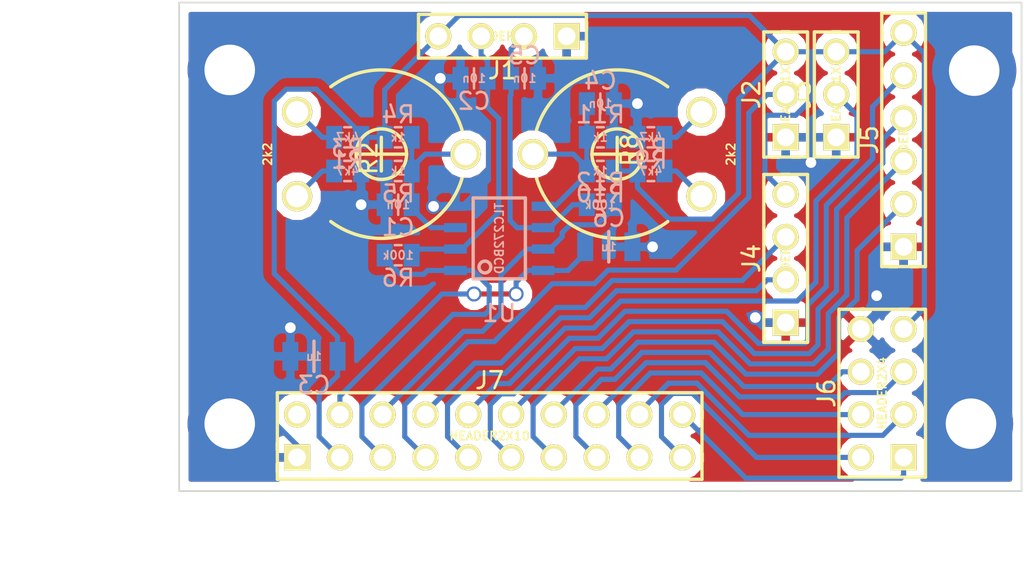
<source format=kicad_pcb>
(kicad_pcb (version 4) (host pcbnew "(2014-08-03 BZR 5045)-product")

  (general
    (links 66)
    (no_connects 0)
    (area 133.949999 12.949999 174.050001 42.050001)
    (thickness 1.6)
    (drawings 6)
    (tracks 344)
    (zones 0)
    (modules 26)
    (nets 29)
  )

  (page A3)
  (layers
    (0 F.Cu signal)
    (31 B.Cu signal)
    (32 B.Adhes user)
    (33 F.Adhes user)
    (34 B.Paste user)
    (35 F.Paste user)
    (36 B.SilkS user)
    (37 F.SilkS user)
    (38 B.Mask user)
    (39 F.Mask user)
    (40 Dwgs.User user)
    (41 Cmts.User user)
    (42 Eco1.User user)
    (43 Eco2.User user)
    (44 Edge.Cuts user)
  )

  (setup
    (last_trace_width 0.3048)
    (user_trace_width 0.508)
    (trace_clearance 0.3048)
    (zone_clearance 0.508)
    (zone_45_only no)
    (trace_min 0.254)
    (segment_width 0.2)
    (edge_width 0.1)
    (via_size 0.889)
    (via_drill 0.635)
    (via_min_size 0.889)
    (via_min_drill 0.508)
    (user_via 5 3)
    (uvia_size 0.508)
    (uvia_drill 0.127)
    (uvias_allowed no)
    (uvia_min_size 0.508)
    (uvia_min_drill 0.127)
    (pcb_text_width 0.3)
    (pcb_text_size 1.5 1.5)
    (mod_edge_width 0.2)
    (mod_text_size 1 1)
    (mod_text_width 0.15)
    (pad_size 1.8 1.8)
    (pad_drill 1.3)
    (pad_to_mask_clearance 0)
    (aux_axis_origin 0 0)
    (visible_elements 7FFFFFFF)
    (pcbplotparams
      (layerselection 0x00030_80000001)
      (usegerberextensions true)
      (excludeedgelayer true)
      (linewidth 0.150000)
      (plotframeref false)
      (viasonmask false)
      (mode 1)
      (useauxorigin false)
      (hpglpennumber 1)
      (hpglpenspeed 20)
      (hpglpendiameter 15)
      (hpglpenoverlay 2)
      (psnegative false)
      (psa4output false)
      (plotreference true)
      (plotvalue true)
      (plotinvisibletext false)
      (padsonsilk false)
      (subtractmaskfromsilk false)
      (outputformat 1)
      (mirror false)
      (drillshape 0)
      (scaleselection 1)
      (outputdirectory CAM/))
  )

  (net 0 "")
  (net 1 +3V3)
  (net 2 +5V)
  (net 3 /IN1)
  (net 4 /IN10)
  (net 5 /IN11)
  (net 6 /IN12)
  (net 7 /IN13)
  (net 8 /IN14)
  (net 9 /IN15)
  (net 10 /IN16)
  (net 11 /IN2)
  (net 12 /IN3)
  (net 13 /IN4)
  (net 14 /IN5)
  (net 15 /IN6)
  (net 16 /IN7)
  (net 17 /IN8)
  (net 18 /IN9)
  (net 19 /OUT1)
  (net 20 /OUT2)
  (net 21 GND)
  (net 22 N-0000022)
  (net 23 N-0000023)
  (net 24 N-0000025)
  (net 25 N-0000026)
  (net 26 N-0000027)
  (net 27 N-0000028)
  (net 28 N-0000017)

  (net_class Default "This is the default net class."
    (clearance 0.3048)
    (trace_width 0.3048)
    (via_dia 0.889)
    (via_drill 0.635)
    (uvia_dia 0.508)
    (uvia_drill 0.127)
    (add_net +3V3)
    (add_net +5V)
    (add_net /IN1)
    (add_net /IN10)
    (add_net /IN11)
    (add_net /IN12)
    (add_net /IN13)
    (add_net /IN14)
    (add_net /IN15)
    (add_net /IN16)
    (add_net /IN2)
    (add_net /IN3)
    (add_net /IN4)
    (add_net /IN5)
    (add_net /IN6)
    (add_net /IN7)
    (add_net /IN8)
    (add_net /IN9)
    (add_net /OUT1)
    (add_net /OUT2)
    (add_net GND)
    (add_net N-0000017)
    (add_net N-0000022)
    (add_net N-0000023)
    (add_net N-0000025)
    (add_net N-0000026)
    (add_net N-0000027)
    (add_net N-0000028)
  )

  (module HEADER2x4V (layer F.Cu) (tedit 50B9F786) (tstamp 53DEA699)
    (at 172 40 90)
    (path /53DE795E)
    (fp_text reference J6 (at 3.81 -4.572 90) (layer F.SilkS)
      (effects (font (size 1.00076 1.00076) (thickness 0.14986)))
    )
    (fp_text value HEADER2X4 (at 3.81 -1.27 90) (layer F.SilkS)
      (effects (font (size 0.50038 0.50038) (thickness 0.09906)))
    )
    (fp_line (start -1.37922 1.39954) (end 8.99922 1.39954) (layer Eco1.User) (width 0.09906))
    (fp_line (start 8.99922 1.39954) (end 8.99922 -3.93954) (layer Eco1.User) (width 0.09906))
    (fp_line (start 8.99922 -3.93954) (end -1.37922 -3.93954) (layer Eco1.User) (width 0.09906))
    (fp_line (start -1.37922 -3.93954) (end -1.37922 1.39954) (layer Eco1.User) (width 0.09906))
    (fp_line (start -1.17348 1.29794) (end 8.79348 1.29794) (layer F.SilkS) (width 0.19812))
    (fp_line (start 8.79348 1.29794) (end 8.79348 -3.83794) (layer F.SilkS) (width 0.19812))
    (fp_line (start 8.79348 -3.83794) (end -1.17348 -3.83794) (layer F.SilkS) (width 0.19812))
    (fp_line (start -1.17348 -3.83794) (end -1.17348 1.29794) (layer F.SilkS) (width 0.19812))
    (fp_line (start -1.17348 1.29794) (end 8.79348 1.29794) (layer Cmts.User) (width 0.19812))
    (fp_line (start 8.79348 1.29794) (end 8.79348 -3.83794) (layer Cmts.User) (width 0.19812))
    (fp_line (start 8.79348 -3.83794) (end -1.17348 -3.83794) (layer Cmts.User) (width 0.19812))
    (fp_line (start -1.17348 -3.83794) (end -1.17348 1.29794) (layer Cmts.User) (width 0.19812))
    (pad 1 thru_hole rect (at 0 0 90) (size 1.5494 1.5494) (drill 1.04902) (layers *.Cu *.Mask F.SilkS)
      (net 10 /IN16))
    (pad 2 thru_hole circle (at 0 -2.54 90) (size 1.5494 1.5494) (drill 1.04902) (layers *.Cu *.Mask F.SilkS)
      (net 9 /IN15))
    (pad 3 thru_hole circle (at 2.54 0 90) (size 1.5494 1.5494) (drill 1.04902) (layers *.Cu *.Mask F.SilkS)
      (net 8 /IN14))
    (pad 4 thru_hole circle (at 2.54 -2.54 90) (size 1.5494 1.5494) (drill 1.04902) (layers *.Cu *.Mask F.SilkS)
      (net 7 /IN13))
    (pad 5 thru_hole circle (at 5.08 0 90) (size 1.5494 1.5494) (drill 1.04902) (layers *.Cu *.Mask F.SilkS)
      (net 6 /IN12))
    (pad 6 thru_hole circle (at 5.08 -2.54 90) (size 1.5494 1.5494) (drill 1.04902) (layers *.Cu *.Mask F.SilkS)
      (net 5 /IN11))
    (pad 7 thru_hole circle (at 7.62 0 90) (size 1.5494 1.5494) (drill 1.04902) (layers *.Cu *.Mask F.SilkS)
      (net 1 +3V3))
    (pad 8 thru_hole circle (at 7.62 -2.54 90) (size 1.5494 1.5494) (drill 1.04902) (layers *.Cu *.Mask F.SilkS)
      (net 21 GND))
  )

  (module HEADER1x4V (layer F.Cu) (tedit 50B9F786) (tstamp 53DEA5B6)
    (at 165 32 90)
    (path /53DE78D1)
    (fp_text reference J4 (at 3.81 -2.032 90) (layer F.SilkS)
      (effects (font (size 1.00076 1.00076) (thickness 0.14986)))
    )
    (fp_text value HEADER1X4 (at 3.81 0 90) (layer F.SilkS)
      (effects (font (size 0.50038 0.50038) (thickness 0.09906)))
    )
    (fp_line (start -1.37922 1.39954) (end 8.99922 1.39954) (layer Eco1.User) (width 0.09906))
    (fp_line (start 8.99922 1.39954) (end 8.99922 -1.39954) (layer Eco1.User) (width 0.09906))
    (fp_line (start 8.99922 -1.39954) (end -1.37922 -1.39954) (layer Eco1.User) (width 0.09906))
    (fp_line (start -1.37922 -1.39954) (end -1.37922 1.39954) (layer Eco1.User) (width 0.09906))
    (fp_line (start -1.17348 1.29794) (end 8.79348 1.29794) (layer F.SilkS) (width 0.19812))
    (fp_line (start 8.79348 1.29794) (end 8.79348 -1.29794) (layer F.SilkS) (width 0.19812))
    (fp_line (start 8.79348 -1.29794) (end -1.17348 -1.29794) (layer F.SilkS) (width 0.19812))
    (fp_line (start -1.17348 -1.29794) (end -1.17348 1.29794) (layer F.SilkS) (width 0.19812))
    (fp_line (start -1.17348 1.29794) (end 8.79348 1.29794) (layer Cmts.User) (width 0.19812))
    (fp_line (start 8.79348 1.29794) (end 8.79348 -1.29794) (layer Cmts.User) (width 0.19812))
    (fp_line (start 8.79348 -1.29794) (end -1.17348 -1.29794) (layer Cmts.User) (width 0.19812))
    (fp_line (start -1.17348 -1.29794) (end -1.17348 1.29794) (layer Cmts.User) (width 0.19812))
    (pad 1 thru_hole rect (at 0 0 90) (size 1.5494 1.5494) (drill 1.04902) (layers *.Cu *.Mask F.SilkS)
      (net 21 GND))
    (pad 2 thru_hole circle (at 2.54 0 90) (size 1.5494 1.5494) (drill 1.04902) (layers *.Cu *.Mask F.SilkS)
      (net 14 /IN5))
    (pad 3 thru_hole circle (at 5.08 0 90) (size 1.5494 1.5494) (drill 1.04902) (layers *.Cu *.Mask F.SilkS)
      (net 13 /IN4))
    (pad 4 thru_hole circle (at 7.62 0 90) (size 1.5494 1.5494) (drill 1.04902) (layers *.Cu *.Mask F.SilkS)
      (net 1 +3V3))
  )

  (module SO8_L (layer B.Cu) (tedit 50967552) (tstamp 53DEA6FD)
    (at 148 27)
    (path /527F83A9)
    (fp_text reference U1 (at 0 4.445) (layer B.SilkS)
      (effects (font (size 1.00076 1.00076) (thickness 0.14986)) (justify mirror))
    )
    (fp_text value TLC272BCD (at 0 0 270) (layer B.SilkS)
      (effects (font (size 0.50038 0.50038) (thickness 0.09906)) (justify mirror))
    )
    (fp_circle (center -0.8509 1.69926) (end -0.50038 1.69926) (layer B.SilkS) (width 0.20066))
    (fp_line (start 1.5494 2.4003) (end -1.5494 2.4003) (layer B.SilkS) (width 0.20066))
    (fp_line (start -1.5494 2.4003) (end -1.5494 -2.4003) (layer B.SilkS) (width 0.20066))
    (fp_line (start -1.5494 -2.4003) (end 1.5494 -2.4003) (layer B.SilkS) (width 0.20066))
    (fp_line (start 1.5494 -2.4003) (end 1.5494 2.4003) (layer B.SilkS) (width 0.20066))
    (fp_circle (center -1.24968 1.75006) (end -0.89916 1.75006) (layer Cmts.User) (width 0.20066))
    (fp_line (start 3.1496 1.75006) (end 1.95072 1.75006) (layer Cmts.User) (width 0.20066))
    (fp_line (start 3.1496 2.04978) (end 3.1496 1.75006) (layer Cmts.User) (width 0.20066))
    (fp_line (start 1.95072 2.04978) (end 3.1496 2.04978) (layer Cmts.User) (width 0.20066))
    (fp_line (start 1.95072 0.79756) (end 3.1496 0.79756) (layer Cmts.User) (width 0.20066))
    (fp_line (start 3.1496 0.79756) (end 3.1496 0.49784) (layer Cmts.User) (width 0.20066))
    (fp_line (start 3.1496 0.49784) (end 1.95072 0.49784) (layer Cmts.User) (width 0.20066))
    (fp_line (start 3.1496 -2.05232) (end 1.95072 -2.05232) (layer Cmts.User) (width 0.20066))
    (fp_line (start 3.1496 -1.7526) (end 3.1496 -2.05232) (layer Cmts.User) (width 0.20066))
    (fp_line (start 1.95072 -1.7526) (end 3.1496 -1.7526) (layer Cmts.User) (width 0.20066))
    (fp_line (start 1.95072 -0.50038) (end 3.1496 -0.50038) (layer Cmts.User) (width 0.20066))
    (fp_line (start 3.1496 -0.50038) (end 3.1496 -0.8001) (layer Cmts.User) (width 0.20066))
    (fp_line (start 3.1496 -0.8001) (end 1.95072 -0.8001) (layer Cmts.User) (width 0.20066))
    (fp_line (start -3.1496 -0.8001) (end -1.95072 -0.8001) (layer Cmts.User) (width 0.20066))
    (fp_line (start -3.1496 -0.50038) (end -3.1496 -0.8001) (layer Cmts.User) (width 0.20066))
    (fp_line (start -1.95072 -0.50038) (end -3.1496 -0.50038) (layer Cmts.User) (width 0.20066))
    (fp_line (start -1.95072 -1.7526) (end -3.1496 -1.7526) (layer Cmts.User) (width 0.20066))
    (fp_line (start -3.1496 -1.7526) (end -3.1496 -2.05232) (layer Cmts.User) (width 0.20066))
    (fp_line (start -3.1496 -2.05232) (end -1.95072 -2.05232) (layer Cmts.User) (width 0.20066))
    (fp_line (start -3.1496 0.49784) (end -1.95072 0.49784) (layer Cmts.User) (width 0.20066))
    (fp_line (start -3.1496 0.79756) (end -3.1496 0.49784) (layer Cmts.User) (width 0.20066))
    (fp_line (start -1.95072 0.79756) (end -3.1496 0.79756) (layer Cmts.User) (width 0.20066))
    (fp_line (start -1.95072 2.04978) (end -3.1496 2.04978) (layer Cmts.User) (width 0.20066))
    (fp_line (start -3.1496 2.04978) (end -3.1496 1.75006) (layer Cmts.User) (width 0.20066))
    (fp_line (start -3.1496 1.75006) (end -1.95072 1.75006) (layer Cmts.User) (width 0.20066))
    (fp_line (start 1.95072 2.4511) (end -1.95072 2.4511) (layer Cmts.User) (width 0.20066))
    (fp_line (start -1.95072 2.4511) (end -1.95072 -2.4511) (layer Cmts.User) (width 0.20066))
    (fp_line (start -1.95072 -2.4511) (end 1.95072 -2.4511) (layer Cmts.User) (width 0.20066))
    (fp_line (start 1.95072 -2.4511) (end 1.95072 2.4511) (layer Cmts.User) (width 0.20066))
    (pad 1 smd rect (at -2.60096 1.905) (size 1.34874 0.55118) (layers B.Cu B.Paste B.Mask)
      (net 19 /OUT1))
    (pad 2 smd rect (at -2.60096 0.635) (size 1.34874 0.55118) (layers B.Cu B.Paste B.Mask)
      (net 3 /IN1))
    (pad 3 smd rect (at -2.60096 -0.635) (size 1.34874 0.55118) (layers B.Cu B.Paste B.Mask)
      (net 27 N-0000028))
    (pad 4 smd rect (at -2.60096 -1.905) (size 1.34874 0.55118) (layers B.Cu B.Paste B.Mask)
      (net 21 GND))
    (pad 5 smd rect (at 2.60096 -1.905) (size 1.34874 0.55118) (layers B.Cu B.Paste B.Mask)
      (net 26 N-0000027))
    (pad 6 smd rect (at 2.60096 -0.635) (size 1.34874 0.55118) (layers B.Cu B.Paste B.Mask)
      (net 11 /IN2))
    (pad 7 smd rect (at 2.60096 0.635) (size 1.34874 0.55118) (layers B.Cu B.Paste B.Mask)
      (net 20 /OUT2))
    (pad 8 smd rect (at 2.60096 1.905) (size 1.34874 0.55118) (layers B.Cu B.Paste B.Mask)
      (net 2 +5V))
  )

  (module R0805 (layer B.Cu) (tedit 50956B97) (tstamp 527F89C5)
    (at 139 21)
    (path /527F83BE)
    (fp_text reference R1 (at 0 1.34874) (layer B.SilkS)
      (effects (font (size 1.00076 1.00076) (thickness 0.14986)) (justify mirror))
    )
    (fp_text value 4k7 (at 0 0) (layer B.SilkS)
      (effects (font (size 0.50038 0.50038) (thickness 0.09906)) (justify mirror))
    )
    (fp_line (start -0.20066 -0.59944) (end 0.20066 -0.59944) (layer B.SilkS) (width 0.14986))
    (fp_line (start -0.20066 0.59944) (end 0.20066 0.59944) (layer B.SilkS) (width 0.14986))
    (fp_line (start 1.30048 0.7493) (end 1.30048 -0.7493) (layer Cmts.User) (width 0.14986))
    (fp_line (start 1.30048 -0.7493) (end -1.30048 -0.7493) (layer Cmts.User) (width 0.14986))
    (fp_line (start -1.30048 -0.7493) (end -1.30048 0.7493) (layer Cmts.User) (width 0.14986))
    (fp_line (start -1.30048 0.7493) (end 1.30048 0.7493) (layer Cmts.User) (width 0.14986))
    (pad 1 smd rect (at -0.8001 0) (size 0.94996 1.34874) (layers B.Cu B.Paste B.Mask)
      (net 22 N-0000022))
    (pad 2 smd rect (at 0.8001 0) (size 0.94996 1.34874) (layers B.Cu B.Paste B.Mask)
      (net 1 +3V3))
  )

  (module R0805 (layer B.Cu) (tedit 50956B97) (tstamp 527F89D1)
    (at 139 23 180)
    (path /527F83F0)
    (fp_text reference R3 (at 0 1.34874 180) (layer B.SilkS)
      (effects (font (size 1.00076 1.00076) (thickness 0.14986)) (justify mirror))
    )
    (fp_text value 4k7 (at 0 0 180) (layer B.SilkS)
      (effects (font (size 0.50038 0.50038) (thickness 0.09906)) (justify mirror))
    )
    (fp_line (start -0.20066 -0.59944) (end 0.20066 -0.59944) (layer B.SilkS) (width 0.14986))
    (fp_line (start -0.20066 0.59944) (end 0.20066 0.59944) (layer B.SilkS) (width 0.14986))
    (fp_line (start 1.30048 0.7493) (end 1.30048 -0.7493) (layer Cmts.User) (width 0.14986))
    (fp_line (start 1.30048 -0.7493) (end -1.30048 -0.7493) (layer Cmts.User) (width 0.14986))
    (fp_line (start -1.30048 -0.7493) (end -1.30048 0.7493) (layer Cmts.User) (width 0.14986))
    (fp_line (start -1.30048 0.7493) (end 1.30048 0.7493) (layer Cmts.User) (width 0.14986))
    (pad 1 smd rect (at -0.8001 0 180) (size 0.94996 1.34874) (layers B.Cu B.Paste B.Mask)
      (net 21 GND))
    (pad 2 smd rect (at 0.8001 0 180) (size 0.94996 1.34874) (layers B.Cu B.Paste B.Mask)
      (net 23 N-0000023))
  )

  (module R0805 (layer B.Cu) (tedit 50956B97) (tstamp 527F89DD)
    (at 142 21 180)
    (path /53DE543C)
    (fp_text reference R4 (at 0 1.34874 180) (layer B.SilkS)
      (effects (font (size 1.00076 1.00076) (thickness 0.14986)) (justify mirror))
    )
    (fp_text value 1k (at 0 0 180) (layer B.SilkS)
      (effects (font (size 0.50038 0.50038) (thickness 0.09906)) (justify mirror))
    )
    (fp_line (start -0.20066 -0.59944) (end 0.20066 -0.59944) (layer B.SilkS) (width 0.14986))
    (fp_line (start -0.20066 0.59944) (end 0.20066 0.59944) (layer B.SilkS) (width 0.14986))
    (fp_line (start 1.30048 0.7493) (end 1.30048 -0.7493) (layer Cmts.User) (width 0.14986))
    (fp_line (start 1.30048 -0.7493) (end -1.30048 -0.7493) (layer Cmts.User) (width 0.14986))
    (fp_line (start -1.30048 -0.7493) (end -1.30048 0.7493) (layer Cmts.User) (width 0.14986))
    (fp_line (start -1.30048 0.7493) (end 1.30048 0.7493) (layer Cmts.User) (width 0.14986))
    (pad 1 smd rect (at -0.8001 0 180) (size 0.94996 1.34874) (layers B.Cu B.Paste B.Mask)
      (net 27 N-0000028))
    (pad 2 smd rect (at 0.8001 0 180) (size 0.94996 1.34874) (layers B.Cu B.Paste B.Mask)
      (net 1 +3V3))
  )

  (module R0805 (layer B.Cu) (tedit 50956B97) (tstamp 527F89E9)
    (at 142 23)
    (path /53DE5442)
    (fp_text reference R5 (at 0 1.34874) (layer B.SilkS)
      (effects (font (size 1.00076 1.00076) (thickness 0.14986)) (justify mirror))
    )
    (fp_text value 1k (at 0 0) (layer B.SilkS)
      (effects (font (size 0.50038 0.50038) (thickness 0.09906)) (justify mirror))
    )
    (fp_line (start -0.20066 -0.59944) (end 0.20066 -0.59944) (layer B.SilkS) (width 0.14986))
    (fp_line (start -0.20066 0.59944) (end 0.20066 0.59944) (layer B.SilkS) (width 0.14986))
    (fp_line (start 1.30048 0.7493) (end 1.30048 -0.7493) (layer Cmts.User) (width 0.14986))
    (fp_line (start 1.30048 -0.7493) (end -1.30048 -0.7493) (layer Cmts.User) (width 0.14986))
    (fp_line (start -1.30048 -0.7493) (end -1.30048 0.7493) (layer Cmts.User) (width 0.14986))
    (fp_line (start -1.30048 0.7493) (end 1.30048 0.7493) (layer Cmts.User) (width 0.14986))
    (pad 1 smd rect (at -0.8001 0) (size 0.94996 1.34874) (layers B.Cu B.Paste B.Mask)
      (net 21 GND))
    (pad 2 smd rect (at 0.8001 0) (size 0.94996 1.34874) (layers B.Cu B.Paste B.Mask)
      (net 27 N-0000028))
  )

  (module R0805 (layer B.Cu) (tedit 50956B97) (tstamp 527F89F5)
    (at 157 23 180)
    (path /527F88D5)
    (fp_text reference R7 (at 0 1.34874 180) (layer B.SilkS)
      (effects (font (size 1.00076 1.00076) (thickness 0.14986)) (justify mirror))
    )
    (fp_text value 4k7 (at 0 0 180) (layer B.SilkS)
      (effects (font (size 0.50038 0.50038) (thickness 0.09906)) (justify mirror))
    )
    (fp_line (start -0.20066 -0.59944) (end 0.20066 -0.59944) (layer B.SilkS) (width 0.14986))
    (fp_line (start -0.20066 0.59944) (end 0.20066 0.59944) (layer B.SilkS) (width 0.14986))
    (fp_line (start 1.30048 0.7493) (end 1.30048 -0.7493) (layer Cmts.User) (width 0.14986))
    (fp_line (start 1.30048 -0.7493) (end -1.30048 -0.7493) (layer Cmts.User) (width 0.14986))
    (fp_line (start -1.30048 -0.7493) (end -1.30048 0.7493) (layer Cmts.User) (width 0.14986))
    (fp_line (start -1.30048 0.7493) (end 1.30048 0.7493) (layer Cmts.User) (width 0.14986))
    (pad 1 smd rect (at -0.8001 0 180) (size 0.94996 1.34874) (layers B.Cu B.Paste B.Mask)
      (net 25 N-0000026))
    (pad 2 smd rect (at 0.8001 0 180) (size 0.94996 1.34874) (layers B.Cu B.Paste B.Mask)
      (net 1 +3V3))
  )

  (module HEADER1x4V (layer F.Cu) (tedit 50B9F786) (tstamp 53DEA03A)
    (at 152 15 180)
    (path /527F85A3)
    (fp_text reference J1 (at 3.81 -2.032 180) (layer F.SilkS)
      (effects (font (size 1.00076 1.00076) (thickness 0.14986)))
    )
    (fp_text value HEADER1X4 (at 3.81 0 180) (layer F.SilkS)
      (effects (font (size 0.50038 0.50038) (thickness 0.09906)))
    )
    (fp_line (start -1.37922 1.39954) (end 8.99922 1.39954) (layer Eco1.User) (width 0.09906))
    (fp_line (start 8.99922 1.39954) (end 8.99922 -1.39954) (layer Eco1.User) (width 0.09906))
    (fp_line (start 8.99922 -1.39954) (end -1.37922 -1.39954) (layer Eco1.User) (width 0.09906))
    (fp_line (start -1.37922 -1.39954) (end -1.37922 1.39954) (layer Eco1.User) (width 0.09906))
    (fp_line (start -1.17348 1.29794) (end 8.79348 1.29794) (layer F.SilkS) (width 0.19812))
    (fp_line (start 8.79348 1.29794) (end 8.79348 -1.29794) (layer F.SilkS) (width 0.19812))
    (fp_line (start 8.79348 -1.29794) (end -1.17348 -1.29794) (layer F.SilkS) (width 0.19812))
    (fp_line (start -1.17348 -1.29794) (end -1.17348 1.29794) (layer F.SilkS) (width 0.19812))
    (fp_line (start -1.17348 1.29794) (end 8.79348 1.29794) (layer Cmts.User) (width 0.19812))
    (fp_line (start 8.79348 1.29794) (end 8.79348 -1.29794) (layer Cmts.User) (width 0.19812))
    (fp_line (start 8.79348 -1.29794) (end -1.17348 -1.29794) (layer Cmts.User) (width 0.19812))
    (fp_line (start -1.17348 -1.29794) (end -1.17348 1.29794) (layer Cmts.User) (width 0.19812))
    (pad 1 thru_hole rect (at 0 0 180) (size 1.5494 1.5494) (drill 1.04902) (layers *.Cu *.Mask F.SilkS)
      (net 21 GND))
    (pad 2 thru_hole circle (at 2.54 0 180) (size 1.5494 1.5494) (drill 1.04902) (layers *.Cu *.Mask F.SilkS)
      (net 11 /IN2))
    (pad 3 thru_hole circle (at 5.08 0 180) (size 1.5494 1.5494) (drill 1.04902) (layers *.Cu *.Mask F.SilkS)
      (net 3 /IN1))
    (pad 4 thru_hole circle (at 7.62 0 180) (size 1.5494 1.5494) (drill 1.04902) (layers *.Cu *.Mask F.SilkS)
      (net 1 +3V3))
  )

  (module HEADER1x3V (layer F.Cu) (tedit 50B9F786) (tstamp 527F8A3E)
    (at 165 21 90)
    (path /527F8640)
    (fp_text reference J2 (at 2.54 -2.032 90) (layer F.SilkS)
      (effects (font (size 1.00076 1.00076) (thickness 0.14986)))
    )
    (fp_text value HEADER1X3 (at 2.54 0 90) (layer F.SilkS)
      (effects (font (size 0.50038 0.50038) (thickness 0.09906)))
    )
    (fp_line (start -1.37922 1.39954) (end 6.45922 1.39954) (layer Eco1.User) (width 0.09906))
    (fp_line (start 6.45922 1.39954) (end 6.45922 -1.39954) (layer Eco1.User) (width 0.09906))
    (fp_line (start 6.45922 -1.39954) (end -1.37922 -1.39954) (layer Eco1.User) (width 0.09906))
    (fp_line (start -1.37922 -1.39954) (end -1.37922 1.39954) (layer Eco1.User) (width 0.09906))
    (fp_line (start -1.17348 1.29794) (end 6.25348 1.29794) (layer F.SilkS) (width 0.19812))
    (fp_line (start 6.25348 1.29794) (end 6.25348 -1.29794) (layer F.SilkS) (width 0.19812))
    (fp_line (start 6.25348 -1.29794) (end -1.17348 -1.29794) (layer F.SilkS) (width 0.19812))
    (fp_line (start -1.17348 -1.29794) (end -1.17348 1.29794) (layer F.SilkS) (width 0.19812))
    (fp_line (start -1.17348 1.29794) (end 6.25348 1.29794) (layer Cmts.User) (width 0.19812))
    (fp_line (start 6.25348 1.29794) (end 6.25348 -1.29794) (layer Cmts.User) (width 0.19812))
    (fp_line (start 6.25348 -1.29794) (end -1.17348 -1.29794) (layer Cmts.User) (width 0.19812))
    (fp_line (start -1.17348 -1.29794) (end -1.17348 1.29794) (layer Cmts.User) (width 0.19812))
    (pad 1 thru_hole rect (at 0 0 90) (size 1.5494 1.5494) (drill 1.04902) (layers *.Cu *.Mask F.SilkS)
      (net 21 GND))
    (pad 2 thru_hole circle (at 2.54 0 90) (size 1.5494 1.5494) (drill 1.04902) (layers *.Cu *.Mask F.SilkS)
      (net 12 /IN3))
    (pad 3 thru_hole circle (at 5.08 0 90) (size 1.5494 1.5494) (drill 1.04902) (layers *.Cu *.Mask F.SilkS)
      (net 1 +3V3))
  )

  (module C1206_L (layer B.Cu) (tedit 5096C016) (tstamp 53DEA7EA)
    (at 154.5 27.5 180)
    (path /527F8AEC)
    (fp_text reference C6 (at 0 1.69926 180) (layer B.SilkS)
      (effects (font (size 1.00076 1.00076) (thickness 0.14986)) (justify mirror))
    )
    (fp_text value 1u (at 0 0 180) (layer B.SilkS)
      (effects (font (size 0.50038 0.50038) (thickness 0.09906)) (justify mirror))
    )
    (fp_line (start 0 0.89916) (end 0 -0.89916) (layer B.SilkS) (width 0.20066))
    (fp_line (start 1.95072 0.94996) (end 1.95072 -0.94996) (layer Cmts.User) (width 0.20066))
    (fp_line (start 1.95072 -0.94996) (end -1.95072 -0.94996) (layer Cmts.User) (width 0.20066))
    (fp_line (start -1.95072 -0.94996) (end -1.95072 0.94996) (layer Cmts.User) (width 0.20066))
    (fp_line (start -1.95072 0.94996) (end 1.95072 0.94996) (layer Cmts.User) (width 0.20066))
    (pad 1 smd rect (at -1.39954 0 180) (size 0.94996 1.69926) (layers B.Cu B.Paste B.Mask)
      (net 21 GND))
    (pad 2 smd rect (at 1.39954 0 180) (size 0.94996 1.69926) (layers B.Cu B.Paste B.Mask)
      (net 2 +5V))
  )

  (module C0805 (layer B.Cu) (tedit 50956B7A) (tstamp 53DEA195)
    (at 146.5 17.5)
    (path /527F87DE)
    (fp_text reference C2 (at 0 1.34874) (layer B.SilkS)
      (effects (font (size 1.00076 1.00076) (thickness 0.14986)) (justify mirror))
    )
    (fp_text value 10n (at 0 0) (layer B.SilkS)
      (effects (font (size 0.50038 0.50038) (thickness 0.09906)) (justify mirror))
    )
    (fp_line (start 0 0.59944) (end 0 -0.59944) (layer B.SilkS) (width 0.14986))
    (fp_line (start 1.30048 0.7493) (end 1.30048 -0.7493) (layer Cmts.User) (width 0.14986))
    (fp_line (start 1.30048 -0.7493) (end -1.30048 -0.7493) (layer Cmts.User) (width 0.14986))
    (fp_line (start -1.30048 -0.7493) (end -1.30048 0.7493) (layer Cmts.User) (width 0.14986))
    (fp_line (start -1.30048 0.7493) (end 1.30048 0.7493) (layer Cmts.User) (width 0.14986))
    (pad 1 smd rect (at -0.8001 0) (size 0.94996 1.34874) (layers B.Cu B.Paste B.Mask)
      (net 21 GND))
    (pad 2 smd rect (at 0.8001 0) (size 0.94996 1.34874) (layers B.Cu B.Paste B.Mask)
      (net 3 /IN1))
  )

  (module C0805 (layer B.Cu) (tedit 50956B7A) (tstamp 527F8A9D)
    (at 154 19 180)
    (path /527F8A12)
    (fp_text reference C4 (at 0 1.34874 180) (layer B.SilkS)
      (effects (font (size 1.00076 1.00076) (thickness 0.14986)) (justify mirror))
    )
    (fp_text value 10n (at 0 0 180) (layer B.SilkS)
      (effects (font (size 0.50038 0.50038) (thickness 0.09906)) (justify mirror))
    )
    (fp_line (start 0 0.59944) (end 0 -0.59944) (layer B.SilkS) (width 0.14986))
    (fp_line (start 1.30048 0.7493) (end 1.30048 -0.7493) (layer Cmts.User) (width 0.14986))
    (fp_line (start 1.30048 -0.7493) (end -1.30048 -0.7493) (layer Cmts.User) (width 0.14986))
    (fp_line (start -1.30048 -0.7493) (end -1.30048 0.7493) (layer Cmts.User) (width 0.14986))
    (fp_line (start -1.30048 0.7493) (end 1.30048 0.7493) (layer Cmts.User) (width 0.14986))
    (pad 1 smd rect (at -0.8001 0 180) (size 0.94996 1.34874) (layers B.Cu B.Paste B.Mask)
      (net 21 GND))
    (pad 2 smd rect (at 0.8001 0 180) (size 0.94996 1.34874) (layers B.Cu B.Paste B.Mask)
      (net 26 N-0000027))
  )

  (module C0805 (layer B.Cu) (tedit 50956B7A) (tstamp 527F8AA8)
    (at 142 25)
    (path /527F87D1)
    (fp_text reference C1 (at 0 1.34874) (layer B.SilkS)
      (effects (font (size 1.00076 1.00076) (thickness 0.14986)) (justify mirror))
    )
    (fp_text value 10n (at 0 0) (layer B.SilkS)
      (effects (font (size 0.50038 0.50038) (thickness 0.09906)) (justify mirror))
    )
    (fp_line (start 0 0.59944) (end 0 -0.59944) (layer B.SilkS) (width 0.14986))
    (fp_line (start 1.30048 0.7493) (end 1.30048 -0.7493) (layer Cmts.User) (width 0.14986))
    (fp_line (start 1.30048 -0.7493) (end -1.30048 -0.7493) (layer Cmts.User) (width 0.14986))
    (fp_line (start -1.30048 -0.7493) (end -1.30048 0.7493) (layer Cmts.User) (width 0.14986))
    (fp_line (start -1.30048 0.7493) (end 1.30048 0.7493) (layer Cmts.User) (width 0.14986))
    (pad 1 smd rect (at -0.8001 0) (size 0.94996 1.34874) (layers B.Cu B.Paste B.Mask)
      (net 21 GND))
    (pad 2 smd rect (at 0.8001 0) (size 0.94996 1.34874) (layers B.Cu B.Paste B.Mask)
      (net 27 N-0000028))
  )

  (module R0805 (layer B.Cu) (tedit 50956B97) (tstamp 53DE95D1)
    (at 157 21)
    (path /527F88DB)
    (fp_text reference R9 (at 0 1.34874) (layer B.SilkS)
      (effects (font (size 1.00076 1.00076) (thickness 0.14986)) (justify mirror))
    )
    (fp_text value 4k7 (at 0 0) (layer B.SilkS)
      (effects (font (size 0.50038 0.50038) (thickness 0.09906)) (justify mirror))
    )
    (fp_line (start -0.20066 -0.59944) (end 0.20066 -0.59944) (layer B.SilkS) (width 0.14986))
    (fp_line (start -0.20066 0.59944) (end 0.20066 0.59944) (layer B.SilkS) (width 0.14986))
    (fp_line (start 1.30048 0.7493) (end 1.30048 -0.7493) (layer Cmts.User) (width 0.14986))
    (fp_line (start 1.30048 -0.7493) (end -1.30048 -0.7493) (layer Cmts.User) (width 0.14986))
    (fp_line (start -1.30048 -0.7493) (end -1.30048 0.7493) (layer Cmts.User) (width 0.14986))
    (fp_line (start -1.30048 0.7493) (end 1.30048 0.7493) (layer Cmts.User) (width 0.14986))
    (pad 1 smd rect (at -0.8001 0) (size 0.94996 1.34874) (layers B.Cu B.Paste B.Mask)
      (net 21 GND))
    (pad 2 smd rect (at 0.8001 0) (size 0.94996 1.34874) (layers B.Cu B.Paste B.Mask)
      (net 24 N-0000025))
  )

  (module R0805 (layer B.Cu) (tedit 50956B97) (tstamp 53DE95DD)
    (at 154 25 180)
    (path /527F88F7)
    (fp_text reference R12 (at 0 1.34874 180) (layer B.SilkS)
      (effects (font (size 1.00076 1.00076) (thickness 0.14986)) (justify mirror))
    )
    (fp_text value 100k (at 0 0 180) (layer B.SilkS)
      (effects (font (size 0.50038 0.50038) (thickness 0.09906)) (justify mirror))
    )
    (fp_line (start -0.20066 -0.59944) (end 0.20066 -0.59944) (layer B.SilkS) (width 0.14986))
    (fp_line (start -0.20066 0.59944) (end 0.20066 0.59944) (layer B.SilkS) (width 0.14986))
    (fp_line (start 1.30048 0.7493) (end 1.30048 -0.7493) (layer Cmts.User) (width 0.14986))
    (fp_line (start 1.30048 -0.7493) (end -1.30048 -0.7493) (layer Cmts.User) (width 0.14986))
    (fp_line (start -1.30048 -0.7493) (end -1.30048 0.7493) (layer Cmts.User) (width 0.14986))
    (fp_line (start -1.30048 0.7493) (end 1.30048 0.7493) (layer Cmts.User) (width 0.14986))
    (pad 1 smd rect (at -0.8001 0 180) (size 0.94996 1.34874) (layers B.Cu B.Paste B.Mask)
      (net 20 /OUT2))
    (pad 2 smd rect (at 0.8001 0 180) (size 0.94996 1.34874) (layers B.Cu B.Paste B.Mask)
      (net 11 /IN2))
  )

  (module R0805 (layer B.Cu) (tedit 50956B97) (tstamp 53DE95E9)
    (at 154 23)
    (path /53DE553A)
    (fp_text reference R10 (at 0 1.34874) (layer B.SilkS)
      (effects (font (size 1.00076 1.00076) (thickness 0.14986)) (justify mirror))
    )
    (fp_text value 1k (at 0 0) (layer B.SilkS)
      (effects (font (size 0.50038 0.50038) (thickness 0.09906)) (justify mirror))
    )
    (fp_line (start -0.20066 -0.59944) (end 0.20066 -0.59944) (layer B.SilkS) (width 0.14986))
    (fp_line (start -0.20066 0.59944) (end 0.20066 0.59944) (layer B.SilkS) (width 0.14986))
    (fp_line (start 1.30048 0.7493) (end 1.30048 -0.7493) (layer Cmts.User) (width 0.14986))
    (fp_line (start 1.30048 -0.7493) (end -1.30048 -0.7493) (layer Cmts.User) (width 0.14986))
    (fp_line (start -1.30048 -0.7493) (end -1.30048 0.7493) (layer Cmts.User) (width 0.14986))
    (fp_line (start -1.30048 0.7493) (end 1.30048 0.7493) (layer Cmts.User) (width 0.14986))
    (pad 1 smd rect (at -0.8001 0) (size 0.94996 1.34874) (layers B.Cu B.Paste B.Mask)
      (net 26 N-0000027))
    (pad 2 smd rect (at 0.8001 0) (size 0.94996 1.34874) (layers B.Cu B.Paste B.Mask)
      (net 1 +3V3))
  )

  (module R0805 (layer B.Cu) (tedit 50956B97) (tstamp 53DE95F5)
    (at 154 21 180)
    (path /53DE5540)
    (fp_text reference R11 (at 0 1.34874 180) (layer B.SilkS)
      (effects (font (size 1.00076 1.00076) (thickness 0.14986)) (justify mirror))
    )
    (fp_text value 1k (at 0 0 180) (layer B.SilkS)
      (effects (font (size 0.50038 0.50038) (thickness 0.09906)) (justify mirror))
    )
    (fp_line (start -0.20066 -0.59944) (end 0.20066 -0.59944) (layer B.SilkS) (width 0.14986))
    (fp_line (start -0.20066 0.59944) (end 0.20066 0.59944) (layer B.SilkS) (width 0.14986))
    (fp_line (start 1.30048 0.7493) (end 1.30048 -0.7493) (layer Cmts.User) (width 0.14986))
    (fp_line (start 1.30048 -0.7493) (end -1.30048 -0.7493) (layer Cmts.User) (width 0.14986))
    (fp_line (start -1.30048 -0.7493) (end -1.30048 0.7493) (layer Cmts.User) (width 0.14986))
    (fp_line (start -1.30048 0.7493) (end 1.30048 0.7493) (layer Cmts.User) (width 0.14986))
    (pad 1 smd rect (at -0.8001 0 180) (size 0.94996 1.34874) (layers B.Cu B.Paste B.Mask)
      (net 21 GND))
    (pad 2 smd rect (at 0.8001 0 180) (size 0.94996 1.34874) (layers B.Cu B.Paste B.Mask)
      (net 26 N-0000027))
  )

  (module HEADER2x10V (layer F.Cu) (tedit 50B9F786) (tstamp 53DE9631)
    (at 136 40)
    (path /53DE555B)
    (fp_text reference J7 (at 11.43 -4.572) (layer F.SilkS)
      (effects (font (size 1.00076 1.00076) (thickness 0.14986)))
    )
    (fp_text value HEADER2X10 (at 11.43 -1.27) (layer F.SilkS)
      (effects (font (size 0.50038 0.50038) (thickness 0.09906)))
    )
    (fp_line (start -1.37922 1.39954) (end 24.23922 1.39954) (layer Eco1.User) (width 0.09906))
    (fp_line (start 24.23922 1.39954) (end 24.23922 -3.93954) (layer Eco1.User) (width 0.09906))
    (fp_line (start 24.23922 -3.93954) (end -1.37922 -3.93954) (layer Eco1.User) (width 0.09906))
    (fp_line (start -1.37922 -3.93954) (end -1.37922 1.39954) (layer Eco1.User) (width 0.09906))
    (fp_line (start -1.17348 1.29794) (end 24.03348 1.29794) (layer F.SilkS) (width 0.19812))
    (fp_line (start 24.03348 1.29794) (end 24.03348 -3.83794) (layer F.SilkS) (width 0.19812))
    (fp_line (start 24.03348 -3.83794) (end -1.17348 -3.83794) (layer F.SilkS) (width 0.19812))
    (fp_line (start -1.17348 -3.83794) (end -1.17348 1.29794) (layer F.SilkS) (width 0.19812))
    (fp_line (start -1.17348 1.29794) (end 24.03348 1.29794) (layer Cmts.User) (width 0.19812))
    (fp_line (start 24.03348 1.29794) (end 24.03348 -3.83794) (layer Cmts.User) (width 0.19812))
    (fp_line (start 24.03348 -3.83794) (end -1.17348 -3.83794) (layer Cmts.User) (width 0.19812))
    (fp_line (start -1.17348 -3.83794) (end -1.17348 1.29794) (layer Cmts.User) (width 0.19812))
    (pad 1 thru_hole rect (at 0 0) (size 1.5494 1.5494) (drill 1.04902) (layers *.Cu *.Mask F.SilkS)
      (net 21 GND))
    (pad 2 thru_hole circle (at 0 -2.54) (size 1.5494 1.5494) (drill 1.04902) (layers *.Cu *.Mask F.SilkS)
      (net 28 N-0000017))
    (pad 3 thru_hole circle (at 2.54 0) (size 1.5494 1.5494) (drill 1.04902) (layers *.Cu *.Mask F.SilkS)
      (net 1 +3V3))
    (pad 4 thru_hole circle (at 2.54 -2.54) (size 1.5494 1.5494) (drill 1.04902) (layers *.Cu *.Mask F.SilkS)
      (net 2 +5V))
    (pad 5 thru_hole circle (at 5.08 0) (size 1.5494 1.5494) (drill 1.04902) (layers *.Cu *.Mask F.SilkS)
      (net 19 /OUT1))
    (pad 6 thru_hole circle (at 5.08 -2.54) (size 1.5494 1.5494) (drill 1.04902) (layers *.Cu *.Mask F.SilkS)
      (net 20 /OUT2))
    (pad 7 thru_hole circle (at 7.62 0) (size 1.5494 1.5494) (drill 1.04902) (layers *.Cu *.Mask F.SilkS)
      (net 12 /IN3))
    (pad 8 thru_hole circle (at 7.62 -2.54) (size 1.5494 1.5494) (drill 1.04902) (layers *.Cu *.Mask F.SilkS)
      (net 13 /IN4))
    (pad 9 thru_hole circle (at 10.16 0) (size 1.5494 1.5494) (drill 1.04902) (layers *.Cu *.Mask F.SilkS)
      (net 14 /IN5))
    (pad 10 thru_hole circle (at 10.16 -2.54) (size 1.5494 1.5494) (drill 1.04902) (layers *.Cu *.Mask F.SilkS)
      (net 15 /IN6))
    (pad 11 thru_hole circle (at 12.7 0) (size 1.5494 1.5494) (drill 1.04902) (layers *.Cu *.Mask F.SilkS)
      (net 16 /IN7))
    (pad 12 thru_hole circle (at 12.7 -2.54) (size 1.5494 1.5494) (drill 1.04902) (layers *.Cu *.Mask F.SilkS)
      (net 17 /IN8))
    (pad 13 thru_hole circle (at 15.24 0) (size 1.5494 1.5494) (drill 1.04902) (layers *.Cu *.Mask F.SilkS)
      (net 18 /IN9))
    (pad 14 thru_hole circle (at 15.24 -2.54) (size 1.5494 1.5494) (drill 1.04902) (layers *.Cu *.Mask F.SilkS)
      (net 4 /IN10))
    (pad 15 thru_hole circle (at 17.78 0) (size 1.5494 1.5494) (drill 1.04902) (layers *.Cu *.Mask F.SilkS)
      (net 5 /IN11))
    (pad 16 thru_hole circle (at 17.78 -2.54) (size 1.5494 1.5494) (drill 1.04902) (layers *.Cu *.Mask F.SilkS)
      (net 6 /IN12))
    (pad 17 thru_hole circle (at 20.32 0) (size 1.5494 1.5494) (drill 1.04902) (layers *.Cu *.Mask F.SilkS)
      (net 7 /IN13))
    (pad 18 thru_hole circle (at 20.32 -2.54) (size 1.5494 1.5494) (drill 1.04902) (layers *.Cu *.Mask F.SilkS)
      (net 8 /IN14))
    (pad 19 thru_hole circle (at 22.86 0) (size 1.5494 1.5494) (drill 1.04902) (layers *.Cu *.Mask F.SilkS)
      (net 9 /IN15))
    (pad 20 thru_hole circle (at 22.86 -2.54) (size 1.5494 1.5494) (drill 1.04902) (layers *.Cu *.Mask F.SilkS)
      (net 10 /IN16))
  )

  (module HEADER1x6V (layer F.Cu) (tedit 50B9F786) (tstamp 53DEB0EA)
    (at 172 27.5 90)
    (path /53DE7906)
    (fp_text reference J5 (at 6.35 -2.032 90) (layer F.SilkS)
      (effects (font (size 1.00076 1.00076) (thickness 0.14986)))
    )
    (fp_text value HEADER1X6 (at 6.35 0 90) (layer F.SilkS)
      (effects (font (size 0.50038 0.50038) (thickness 0.09906)))
    )
    (fp_line (start -1.37922 1.39954) (end 14.07922 1.39954) (layer Eco1.User) (width 0.09906))
    (fp_line (start 14.07922 1.39954) (end 14.07922 -1.39954) (layer Eco1.User) (width 0.09906))
    (fp_line (start 14.07922 -1.39954) (end -1.37922 -1.39954) (layer Eco1.User) (width 0.09906))
    (fp_line (start -1.37922 -1.39954) (end -1.37922 1.39954) (layer Eco1.User) (width 0.09906))
    (fp_line (start -1.17348 1.29794) (end 13.87348 1.29794) (layer F.SilkS) (width 0.19812))
    (fp_line (start 13.87348 1.29794) (end 13.87348 -1.29794) (layer F.SilkS) (width 0.19812))
    (fp_line (start 13.87348 -1.29794) (end -1.17348 -1.29794) (layer F.SilkS) (width 0.19812))
    (fp_line (start -1.17348 -1.29794) (end -1.17348 1.29794) (layer F.SilkS) (width 0.19812))
    (fp_line (start -1.17348 1.29794) (end 13.87348 1.29794) (layer Cmts.User) (width 0.19812))
    (fp_line (start 13.87348 1.29794) (end 13.87348 -1.29794) (layer Cmts.User) (width 0.19812))
    (fp_line (start 13.87348 -1.29794) (end -1.17348 -1.29794) (layer Cmts.User) (width 0.19812))
    (fp_line (start -1.17348 -1.29794) (end -1.17348 1.29794) (layer Cmts.User) (width 0.19812))
    (pad 1 thru_hole rect (at 0 0 90) (size 1.5494 1.5494) (drill 1.04902) (layers *.Cu *.Mask F.SilkS)
      (net 21 GND))
    (pad 2 thru_hole circle (at 2.54 0 90) (size 1.5494 1.5494) (drill 1.04902) (layers *.Cu *.Mask F.SilkS)
      (net 4 /IN10))
    (pad 3 thru_hole circle (at 5.08 0 90) (size 1.5494 1.5494) (drill 1.04902) (layers *.Cu *.Mask F.SilkS)
      (net 18 /IN9))
    (pad 4 thru_hole circle (at 7.62 0 90) (size 1.5494 1.5494) (drill 1.04902) (layers *.Cu *.Mask F.SilkS)
      (net 17 /IN8))
    (pad 5 thru_hole circle (at 10.16 0 90) (size 1.5494 1.5494) (drill 1.04902) (layers *.Cu *.Mask F.SilkS)
      (net 16 /IN7))
    (pad 6 thru_hole circle (at 12.7 0 90) (size 1.5494 1.5494) (drill 1.04902) (layers *.Cu *.Mask F.SilkS)
      (net 1 +3V3))
  )

  (module HEADER1x3V (layer F.Cu) (tedit 50B9F786) (tstamp 53DE965A)
    (at 168 21 90)
    (path /53DE78ED)
    (fp_text reference J3 (at 2.54 -2.032 90) (layer F.SilkS)
      (effects (font (size 1.00076 1.00076) (thickness 0.14986)))
    )
    (fp_text value HEADER1X3 (at 2.54 0 90) (layer F.SilkS)
      (effects (font (size 0.50038 0.50038) (thickness 0.09906)))
    )
    (fp_line (start -1.37922 1.39954) (end 6.45922 1.39954) (layer Eco1.User) (width 0.09906))
    (fp_line (start 6.45922 1.39954) (end 6.45922 -1.39954) (layer Eco1.User) (width 0.09906))
    (fp_line (start 6.45922 -1.39954) (end -1.37922 -1.39954) (layer Eco1.User) (width 0.09906))
    (fp_line (start -1.37922 -1.39954) (end -1.37922 1.39954) (layer Eco1.User) (width 0.09906))
    (fp_line (start -1.17348 1.29794) (end 6.25348 1.29794) (layer F.SilkS) (width 0.19812))
    (fp_line (start 6.25348 1.29794) (end 6.25348 -1.29794) (layer F.SilkS) (width 0.19812))
    (fp_line (start 6.25348 -1.29794) (end -1.17348 -1.29794) (layer F.SilkS) (width 0.19812))
    (fp_line (start -1.17348 -1.29794) (end -1.17348 1.29794) (layer F.SilkS) (width 0.19812))
    (fp_line (start -1.17348 1.29794) (end 6.25348 1.29794) (layer Cmts.User) (width 0.19812))
    (fp_line (start 6.25348 1.29794) (end 6.25348 -1.29794) (layer Cmts.User) (width 0.19812))
    (fp_line (start 6.25348 -1.29794) (end -1.17348 -1.29794) (layer Cmts.User) (width 0.19812))
    (fp_line (start -1.17348 -1.29794) (end -1.17348 1.29794) (layer Cmts.User) (width 0.19812))
    (pad 1 thru_hole rect (at 0 0 90) (size 1.5494 1.5494) (drill 1.04902) (layers *.Cu *.Mask F.SilkS)
      (net 21 GND))
    (pad 2 thru_hole circle (at 2.54 0 90) (size 1.5494 1.5494) (drill 1.04902) (layers *.Cu *.Mask F.SilkS)
      (net 15 /IN6))
    (pad 3 thru_hole circle (at 5.08 0 90) (size 1.5494 1.5494) (drill 1.04902) (layers *.Cu *.Mask F.SilkS)
      (net 1 +3V3))
  )

  (module POT_TRIM_H_10mm (layer F.Cu) (tedit 53DE8A64) (tstamp 527F8A52)
    (at 136 22 270)
    (path /527F83F8)
    (fp_text reference R2 (at 0.24892 -4.24942 270) (layer F.SilkS)
      (effects (font (size 1.00076 1.00076) (thickness 0.14986)))
    )
    (fp_text value 2k2 (at 0 1.75006 270) (layer F.SilkS)
      (effects (font (size 0.50038 0.50038) (thickness 0.09906)))
    )
    (fp_circle (center 0 -5) (end 1.5 -5) (layer Cmts.User) (width 0.2))
    (fp_circle (center 0 -5) (end 1.5 -5) (layer F.SilkS) (width 0.2))
    (fp_arc (start 0 -5) (end 4 -2) (angle -110) (layer F.SilkS) (width 0.2))
    (fp_arc (start 0 -5) (end -4 -2) (angle 110) (layer F.SilkS) (width 0.2))
    (fp_line (start -1 -5) (end 1 -5) (layer F.SilkS) (width 0.2))
    (fp_line (start 0 -6.5) (end 0 -3.5) (layer F.SilkS) (width 0.2))
    (fp_line (start -4 1) (end 4 1) (layer Cmts.User) (width 0.2))
    (fp_line (start 4 1) (end 4 -2) (layer Cmts.User) (width 0.2))
    (fp_arc (start 0 -5) (end -4 -2) (angle 253.5) (layer Cmts.User) (width 0.2))
    (fp_line (start -4 -2) (end -4 1) (layer Cmts.User) (width 0.2))
    (fp_line (start -1 -5) (end 1 -5) (layer Cmts.User) (width 0.2))
    (fp_line (start 0 -3.5) (end 0 -6.5) (layer Cmts.User) (width 0.2))
    (pad 1 thru_hole circle (at -2.49936 0 270) (size 1.8 1.8) (drill 1.3) (layers *.Cu *.Mask F.SilkS)
      (net 22 N-0000022))
    (pad 2 thru_hole circle (at 0 -10 270) (size 1.8 1.8) (drill 1.3) (layers *.Cu *.Mask F.SilkS)
      (net 27 N-0000028))
    (pad 3 thru_hole circle (at 2.49936 0 270) (size 1.8 1.8) (drill 1.3) (layers *.Cu *.Mask F.SilkS)
      (net 23 N-0000023))
  )

  (module C0805 (layer B.Cu) (tedit 50956B7A) (tstamp 527F8A7C)
    (at 149.5 17.5 180)
    (path /527F8A18)
    (fp_text reference C5 (at 0 1.34874 180) (layer B.SilkS)
      (effects (font (size 1.00076 1.00076) (thickness 0.14986)) (justify mirror))
    )
    (fp_text value 10n (at 0 0 180) (layer B.SilkS)
      (effects (font (size 0.50038 0.50038) (thickness 0.09906)) (justify mirror))
    )
    (fp_line (start 0 0.59944) (end 0 -0.59944) (layer B.SilkS) (width 0.14986))
    (fp_line (start 1.30048 0.7493) (end 1.30048 -0.7493) (layer Cmts.User) (width 0.14986))
    (fp_line (start 1.30048 -0.7493) (end -1.30048 -0.7493) (layer Cmts.User) (width 0.14986))
    (fp_line (start -1.30048 -0.7493) (end -1.30048 0.7493) (layer Cmts.User) (width 0.14986))
    (fp_line (start -1.30048 0.7493) (end 1.30048 0.7493) (layer Cmts.User) (width 0.14986))
    (pad 1 smd rect (at -0.8001 0 180) (size 0.94996 1.34874) (layers B.Cu B.Paste B.Mask)
      (net 21 GND))
    (pad 2 smd rect (at 0.8001 0 180) (size 0.94996 1.34874) (layers B.Cu B.Paste B.Mask)
      (net 11 /IN2))
  )

  (module C1206_L (layer B.Cu) (tedit 5096C016) (tstamp 527F8A92)
    (at 137 34)
    (path /527F8954)
    (fp_text reference C3 (at 0 1.69926) (layer B.SilkS)
      (effects (font (size 1.00076 1.00076) (thickness 0.14986)) (justify mirror))
    )
    (fp_text value 1u (at 0 0) (layer B.SilkS)
      (effects (font (size 0.50038 0.50038) (thickness 0.09906)) (justify mirror))
    )
    (fp_line (start 0 0.89916) (end 0 -0.89916) (layer B.SilkS) (width 0.20066))
    (fp_line (start 1.95072 0.94996) (end 1.95072 -0.94996) (layer Cmts.User) (width 0.20066))
    (fp_line (start 1.95072 -0.94996) (end -1.95072 -0.94996) (layer Cmts.User) (width 0.20066))
    (fp_line (start -1.95072 -0.94996) (end -1.95072 0.94996) (layer Cmts.User) (width 0.20066))
    (fp_line (start -1.95072 0.94996) (end 1.95072 0.94996) (layer Cmts.User) (width 0.20066))
    (pad 1 smd rect (at -1.39954 0) (size 0.94996 1.69926) (layers B.Cu B.Paste B.Mask)
      (net 21 GND))
    (pad 2 smd rect (at 1.39954 0) (size 0.94996 1.69926) (layers B.Cu B.Paste B.Mask)
      (net 1 +3V3))
  )

  (module POT_TRIM_H_10mm (layer F.Cu) (tedit 53DE8A64) (tstamp 527F8A01)
    (at 160 22 90)
    (path /527F88E1)
    (fp_text reference R8 (at 0.24892 -4.24942 90) (layer F.SilkS)
      (effects (font (size 1.00076 1.00076) (thickness 0.14986)))
    )
    (fp_text value 2k2 (at 0 1.75006 90) (layer F.SilkS)
      (effects (font (size 0.50038 0.50038) (thickness 0.09906)))
    )
    (fp_circle (center 0 -5) (end 1.5 -5) (layer Cmts.User) (width 0.2))
    (fp_circle (center 0 -5) (end 1.5 -5) (layer F.SilkS) (width 0.2))
    (fp_arc (start 0 -5) (end 4 -2) (angle -110) (layer F.SilkS) (width 0.2))
    (fp_arc (start 0 -5) (end -4 -2) (angle 110) (layer F.SilkS) (width 0.2))
    (fp_line (start -1 -5) (end 1 -5) (layer F.SilkS) (width 0.2))
    (fp_line (start 0 -6.5) (end 0 -3.5) (layer F.SilkS) (width 0.2))
    (fp_line (start -4 1) (end 4 1) (layer Cmts.User) (width 0.2))
    (fp_line (start 4 1) (end 4 -2) (layer Cmts.User) (width 0.2))
    (fp_arc (start 0 -5) (end -4 -2) (angle 253.5) (layer Cmts.User) (width 0.2))
    (fp_line (start -4 -2) (end -4 1) (layer Cmts.User) (width 0.2))
    (fp_line (start -1 -5) (end 1 -5) (layer Cmts.User) (width 0.2))
    (fp_line (start 0 -3.5) (end 0 -6.5) (layer Cmts.User) (width 0.2))
    (pad 1 thru_hole circle (at -2.49936 0 90) (size 1.8 1.8) (drill 1.3) (layers *.Cu *.Mask F.SilkS)
      (net 25 N-0000026))
    (pad 2 thru_hole circle (at 0 -10 90) (size 1.8 1.8) (drill 1.3) (layers *.Cu *.Mask F.SilkS)
      (net 26 N-0000027))
    (pad 3 thru_hole circle (at 2.49936 0 90) (size 1.8 1.8) (drill 1.3) (layers *.Cu *.Mask F.SilkS)
      (net 24 N-0000025))
  )

  (module R0805 (layer B.Cu) (tedit 50956B97) (tstamp 527F8A66)
    (at 142 28)
    (path /527F8437)
    (fp_text reference R6 (at 0 1.34874) (layer B.SilkS)
      (effects (font (size 1.00076 1.00076) (thickness 0.14986)) (justify mirror))
    )
    (fp_text value 100k (at 0 0) (layer B.SilkS)
      (effects (font (size 0.50038 0.50038) (thickness 0.09906)) (justify mirror))
    )
    (fp_line (start -0.20066 -0.59944) (end 0.20066 -0.59944) (layer B.SilkS) (width 0.14986))
    (fp_line (start -0.20066 0.59944) (end 0.20066 0.59944) (layer B.SilkS) (width 0.14986))
    (fp_line (start 1.30048 0.7493) (end 1.30048 -0.7493) (layer Cmts.User) (width 0.14986))
    (fp_line (start 1.30048 -0.7493) (end -1.30048 -0.7493) (layer Cmts.User) (width 0.14986))
    (fp_line (start -1.30048 -0.7493) (end -1.30048 0.7493) (layer Cmts.User) (width 0.14986))
    (fp_line (start -1.30048 0.7493) (end 1.30048 0.7493) (layer Cmts.User) (width 0.14986))
    (pad 1 smd rect (at -0.8001 0) (size 0.94996 1.34874) (layers B.Cu B.Paste B.Mask)
      (net 19 /OUT1))
    (pad 2 smd rect (at 0.8001 0) (size 0.94996 1.34874) (layers B.Cu B.Paste B.Mask)
      (net 3 /IN1))
  )

  (dimension 50 (width 0.3) (layer Cmts.User)
    (gr_text "50,000 mm" (at 154 47.35) (layer Cmts.User)
      (effects (font (size 1.5 1.5) (thickness 0.3)))
    )
    (feature1 (pts (xy 179 42) (xy 179 48.7)))
    (feature2 (pts (xy 129 42) (xy 129 48.7)))
    (crossbar (pts (xy 129 46) (xy 179 46)))
    (arrow1a (pts (xy 179 46) (xy 177.873496 46.586421)))
    (arrow1b (pts (xy 179 46) (xy 177.873496 45.413579)))
    (arrow2a (pts (xy 129 46) (xy 130.126504 46.586421)))
    (arrow2b (pts (xy 129 46) (xy 130.126504 45.413579)))
  )
  (dimension 29 (width 0.3) (layer Cmts.User)
    (gr_text "29,000 mm" (at 124.65 27.5 270) (layer Cmts.User)
      (effects (font (size 1.5 1.5) (thickness 0.3)))
    )
    (feature1 (pts (xy 129 42) (xy 123.3 42)))
    (feature2 (pts (xy 129 13) (xy 123.3 13)))
    (crossbar (pts (xy 126 13) (xy 126 42)))
    (arrow1a (pts (xy 126 42) (xy 125.413579 40.873496)))
    (arrow1b (pts (xy 126 42) (xy 126.586421 40.873496)))
    (arrow2a (pts (xy 126 13) (xy 125.413579 14.126504)))
    (arrow2b (pts (xy 126 13) (xy 126.586421 14.126504)))
  )
  (gr_line (start 129 13) (end 179 13) (angle 90) (layer Edge.Cuts) (width 0.1))
  (gr_line (start 129 42) (end 179 42) (angle 90) (layer Edge.Cuts) (width 0.1))
  (gr_line (start 129 42) (end 129 13) (angle 90) (layer Edge.Cuts) (width 0.1))
  (gr_line (start 179 13) (end 179 42) (angle 90) (layer Edge.Cuts) (width 0.1))

  (segment (start 172 14.8) (end 173.231901 16.031901) (width 0.3048) (layer B.Cu) (net 1))
  (segment (start 173.231901 16.031901) (end 173.231901 31.148099) (width 0.3048) (layer B.Cu) (net 1))
  (segment (start 173.231901 31.148099) (end 172.774699 31.605301) (width 0.3048) (layer B.Cu) (net 1))
  (segment (start 172.774699 31.605301) (end 172 32.38) (width 0.3048) (layer B.Cu) (net 1))
  (segment (start 168 15.92) (end 170.88 15.92) (width 0.3048) (layer B.Cu) (net 1))
  (segment (start 170.88 15.92) (end 172 14.8) (width 0.3048) (layer B.Cu) (net 1))
  (segment (start 162.2 24.308018) (end 162.2 18.72) (width 0.3048) (layer B.Cu) (net 1))
  (segment (start 162.2 18.72) (end 165 15.92) (width 0.3048) (layer B.Cu) (net 1))
  (segment (start 160.651457 25.856561) (end 162.2 24.308018) (width 0.3048) (layer B.Cu) (net 1))
  (segment (start 158.077291 25.856561) (end 160.651457 25.856561) (width 0.3048) (layer B.Cu) (net 1))
  (segment (start 156.1999 23) (end 156.1999 23.97917) (width 0.3048) (layer B.Cu) (net 1))
  (segment (start 156.1999 23.97917) (end 158.077291 25.856561) (width 0.3048) (layer B.Cu) (net 1))
  (segment (start 138.39954 34) (end 138.39954 32.84557) (width 0.3048) (layer B.Cu) (net 1))
  (segment (start 138.39954 32.84557) (end 134.642799 29.088829) (width 0.3048) (layer B.Cu) (net 1))
  (segment (start 134.642799 29.088829) (end 134.642799 18.849183) (width 0.3048) (layer B.Cu) (net 1))
  (segment (start 134.642799 18.849183) (end 135.348543 18.143439) (width 0.3048) (layer B.Cu) (net 1))
  (segment (start 135.348543 18.143439) (end 137.142929 18.143439) (width 0.3048) (layer B.Cu) (net 1))
  (segment (start 137.142929 18.143439) (end 139.8001 20.80061) (width 0.3048) (layer B.Cu) (net 1))
  (segment (start 139.8001 20.80061) (end 139.8001 21) (width 0.3048) (layer B.Cu) (net 1))
  (segment (start 156.1999 23) (end 154.8001 23) (width 0.3048) (layer B.Cu) (net 1))
  (segment (start 141.1999 21) (end 141.1999 18.1801) (width 0.3048) (layer B.Cu) (net 1))
  (segment (start 141.1999 18.1801) (end 144.38 15) (width 0.3048) (layer B.Cu) (net 1))
  (segment (start 144.38 15) (end 145.611901 13.768099) (width 0.3048) (layer B.Cu) (net 1))
  (segment (start 145.611901 13.768099) (end 162.848099 13.768099) (width 0.3048) (layer B.Cu) (net 1))
  (segment (start 162.848099 13.768099) (end 164.225301 15.145301) (width 0.3048) (layer B.Cu) (net 1))
  (segment (start 164.225301 15.145301) (end 165 15.92) (width 0.3048) (layer B.Cu) (net 1))
  (segment (start 165 15.92) (end 166.567347 15.92) (width 0.3048) (layer B.Cu) (net 1))
  (segment (start 166.567347 15.92) (end 168 15.92) (width 0.3048) (layer B.Cu) (net 1))
  (segment (start 165 24.38) (end 163.768099 23.148099) (width 0.3048) (layer B.Cu) (net 1))
  (segment (start 163.768099 23.148099) (end 163.768099 19.859539) (width 0.3048) (layer B.Cu) (net 1))
  (segment (start 163.768099 19.859539) (end 163.935737 19.691901) (width 0.3048) (layer B.Cu) (net 1))
  (segment (start 163.935737 19.691901) (end 165.591313 19.691901) (width 0.3048) (layer B.Cu) (net 1))
  (segment (start 165.591313 19.691901) (end 166.567347 18.715867) (width 0.3048) (layer B.Cu) (net 1))
  (segment (start 166.567347 18.715867) (end 166.567347 15.92) (width 0.3048) (layer B.Cu) (net 1))
  (segment (start 138.54 40) (end 137.308099 38.768099) (width 0.3048) (layer B.Cu) (net 1))
  (segment (start 137.308099 38.768099) (end 137.308099 36.245871) (width 0.3048) (layer B.Cu) (net 1))
  (segment (start 137.308099 36.245871) (end 138.39954 35.15443) (width 0.3048) (layer B.Cu) (net 1))
  (segment (start 138.39954 35.15443) (end 138.39954 34) (width 0.3048) (layer B.Cu) (net 1))
  (segment (start 139.8001 21) (end 141.1999 21) (width 0.3048) (layer B.Cu) (net 1))
  (segment (start 149.7 28.9) (end 149.705 28.905) (width 0.3048) (layer B.Cu) (net 2))
  (segment (start 149.705 28.905) (end 150.60096 28.905) (width 0.3048) (layer B.Cu) (net 2))
  (segment (start 149 29.6) (end 149.7 28.9) (width 0.3048) (layer B.Cu) (net 2))
  (segment (start 149 30.3) (end 149 29.6) (width 0.3048) (layer B.Cu) (net 2))
  (segment (start 146.5 30.3) (end 149 30.3) (width 0.3048) (layer F.Cu) (net 2))
  (via (at 149 30.3) (size 0.889) (drill 0.635) (layers F.Cu B.Cu) (net 2))
  (segment (start 144.604409 30.3) (end 146.5 30.3) (width 0.3048) (layer B.Cu) (net 2))
  (via (at 146.5 30.3) (size 0.889) (drill 0.635) (layers F.Cu B.Cu) (net 2))
  (segment (start 138.54 36.364409) (end 144.604409 30.3) (width 0.3048) (layer B.Cu) (net 2))
  (segment (start 138.54 37.46) (end 138.54 36.364409) (width 0.3048) (layer B.Cu) (net 2))
  (segment (start 150.60096 28.905) (end 152.07011 28.905) (width 0.3048) (layer B.Cu) (net 2))
  (segment (start 152.07011 28.905) (end 153.10046 27.87465) (width 0.3048) (layer B.Cu) (net 2))
  (segment (start 153.10046 27.87465) (end 153.10046 27.5) (width 0.3048) (layer B.Cu) (net 2))
  (segment (start 150.69596 29) (end 150.60096 28.905) (width 0.3048) (layer B.Cu) (net 2))
  (segment (start 145.79782 27.635) (end 145.39904 27.635) (width 0.3048) (layer B.Cu) (net 3))
  (segment (start 147.966811 25.466009) (end 145.79782 27.635) (width 0.3048) (layer B.Cu) (net 3))
  (segment (start 147.966811 19.883963) (end 147.966811 25.466009) (width 0.3048) (layer B.Cu) (net 3))
  (segment (start 147.3001 19.217252) (end 147.966811 19.883963) (width 0.3048) (layer B.Cu) (net 3))
  (segment (start 147.3001 17.5) (end 147.3001 19.217252) (width 0.3048) (layer B.Cu) (net 3))
  (segment (start 147.3001 17.5) (end 147.3001 16.475691) (width 0.3048) (layer B.Cu) (net 3))
  (segment (start 147.3001 16.475691) (end 146.92 16.095591) (width 0.3048) (layer B.Cu) (net 3))
  (segment (start 146.92 16.095591) (end 146.92 15) (width 0.3048) (layer B.Cu) (net 3))
  (segment (start 145.39904 27.635) (end 143.1651 27.635) (width 0.3048) (layer B.Cu) (net 3))
  (segment (start 143.1651 27.635) (end 142.8001 28) (width 0.3048) (layer B.Cu) (net 3))
  (segment (start 147 15.08) (end 146.92 15) (width 0.3048) (layer B.Cu) (net 3))
  (segment (start 169.23844 27.72156) (end 172 24.96) (width 0.3048) (layer B.Cu) (net 4))
  (segment (start 169.23844 30.610032) (end 169.23844 27.72156) (width 0.3048) (layer B.Cu) (net 4))
  (segment (start 168.138441 31.710031) (end 169.23844 30.610032) (width 0.3048) (layer B.Cu) (net 4))
  (segment (start 168.13844 33.820276) (end 168.138441 31.710031) (width 0.3048) (layer B.Cu) (net 4))
  (segment (start 166.897986 35.06073) (end 168.13844 33.820276) (width 0.3048) (layer B.Cu) (net 4))
  (segment (start 162.639858 35.06073) (end 166.897986 35.06073) (width 0.3048) (layer B.Cu) (net 4))
  (segment (start 156.215048 33.15766) (end 160.736788 33.15766) (width 0.3048) (layer B.Cu) (net 4))
  (segment (start 154.615051 34.757657) (end 156.215048 33.15766) (width 0.3048) (layer B.Cu) (net 4))
  (segment (start 160.736788 33.15766) (end 162.639858 35.06073) (width 0.3048) (layer B.Cu) (net 4))
  (segment (start 153.815051 34.757657) (end 154.615051 34.757657) (width 0.3048) (layer B.Cu) (net 4))
  (segment (start 151.24 37.332708) (end 153.815051 34.757657) (width 0.3048) (layer B.Cu) (net 4))
  (segment (start 151.24 37.46) (end 151.24 37.332708) (width 0.3048) (layer B.Cu) (net 4))
  (segment (start 167.48815 35.796259) (end 168.364409 34.92) (width 0.3048) (layer B.Cu) (net 5))
  (segment (start 162.513269 35.796259) (end 167.48815 35.796259) (width 0.3048) (layer B.Cu) (net 5))
  (segment (start 160.48428 33.76727) (end 162.513269 35.796259) (width 0.3048) (layer B.Cu) (net 5))
  (segment (start 156.467556 33.76727) (end 160.48428 33.76727) (width 0.3048) (layer B.Cu) (net 5))
  (segment (start 154.86756 35.367266) (end 156.467556 33.76727) (width 0.3048) (layer B.Cu) (net 5))
  (segment (start 154.067559 35.367267) (end 154.86756 35.367266) (width 0.3048) (layer B.Cu) (net 5))
  (segment (start 152.548099 36.886727) (end 154.067559 35.367267) (width 0.3048) (layer B.Cu) (net 5))
  (segment (start 152.548099 38.768099) (end 152.548099 36.886727) (width 0.3048) (layer B.Cu) (net 5))
  (segment (start 153.78 40) (end 152.548099 38.768099) (width 0.3048) (layer B.Cu) (net 5))
  (segment (start 168.364409 34.92) (end 169.46 34.92) (width 0.3048) (layer B.Cu) (net 5))
  (segment (start 162.260761 36.405869) (end 168.277083 36.405869) (width 0.3048) (layer B.Cu) (net 6))
  (segment (start 171.225301 35.694699) (end 172 34.92) (width 0.3048) (layer B.Cu) (net 6))
  (segment (start 170.768099 36.151901) (end 171.225301 35.694699) (width 0.3048) (layer B.Cu) (net 6))
  (segment (start 168.531051 36.151901) (end 170.768099 36.151901) (width 0.3048) (layer B.Cu) (net 6))
  (segment (start 168.277083 36.405869) (end 168.531051 36.151901) (width 0.3048) (layer B.Cu) (net 6))
  (segment (start 160.231772 34.37688) (end 162.260761 36.405869) (width 0.3048) (layer B.Cu) (net 6))
  (segment (start 156.720064 34.37688) (end 160.231772 34.37688) (width 0.3048) (layer B.Cu) (net 6))
  (segment (start 153.78 37.316944) (end 156.720064 34.37688) (width 0.3048) (layer B.Cu) (net 6))
  (segment (start 153.78 37.46) (end 153.78 37.316944) (width 0.3048) (layer B.Cu) (net 6))
  (segment (start 162.452774 37.46) (end 168.364409 37.46) (width 0.3048) (layer B.Cu) (net 7))
  (segment (start 159.979264 34.98649) (end 162.452774 37.46) (width 0.3048) (layer B.Cu) (net 7))
  (segment (start 168.364409 37.46) (end 169.46 37.46) (width 0.3048) (layer B.Cu) (net 7))
  (segment (start 156.972572 34.98649) (end 159.979264 34.98649) (width 0.3048) (layer B.Cu) (net 7))
  (segment (start 155.088099 36.870963) (end 156.972572 34.98649) (width 0.3048) (layer B.Cu) (net 7))
  (segment (start 155.088099 38.768099) (end 155.088099 36.870963) (width 0.3048) (layer B.Cu) (net 7))
  (segment (start 156.32 40) (end 155.088099 38.768099) (width 0.3048) (layer B.Cu) (net 7))
  (segment (start 171.225301 38.234699) (end 172 37.46) (width 0.3048) (layer B.Cu) (net 8))
  (segment (start 170.768099 38.691901) (end 171.225301 38.234699) (width 0.3048) (layer B.Cu) (net 8))
  (segment (start 162.822557 38.691901) (end 170.768099 38.691901) (width 0.3048) (layer B.Cu) (net 8))
  (segment (start 159.726756 35.5961) (end 162.822557 38.691901) (width 0.3048) (layer B.Cu) (net 8))
  (segment (start 158.038568 35.5961) (end 159.726756 35.5961) (width 0.3048) (layer B.Cu) (net 8))
  (segment (start 156.32 37.314668) (end 158.038568 35.5961) (width 0.3048) (layer B.Cu) (net 8))
  (segment (start 156.32 37.46) (end 156.32 37.314668) (width 0.3048) (layer B.Cu) (net 8))
  (segment (start 168.364409 40) (end 169.46 40) (width 0.3048) (layer B.Cu) (net 9))
  (segment (start 163.268538 40) (end 168.364409 40) (width 0.3048) (layer B.Cu) (net 9))
  (segment (start 159.474248 36.20571) (end 163.268538 40) (width 0.3048) (layer B.Cu) (net 9))
  (segment (start 158.291076 36.20571) (end 159.474248 36.20571) (width 0.3048) (layer B.Cu) (net 9))
  (segment (start 157.628099 36.868687) (end 158.291076 36.20571) (width 0.3048) (layer B.Cu) (net 9))
  (segment (start 157.628099 38.768099) (end 157.628099 36.868687) (width 0.3048) (layer B.Cu) (net 9))
  (segment (start 158.86 40) (end 157.628099 38.768099) (width 0.3048) (layer B.Cu) (net 9))
  (segment (start 158.86 37.46) (end 162.631901 41.231901) (width 0.3048) (layer B.Cu) (net 10))
  (segment (start 162.631901 41.231901) (end 171.847599 41.231901) (width 0.3048) (layer B.Cu) (net 10))
  (segment (start 171.847599 41.231901) (end 172 41.0795) (width 0.3048) (layer B.Cu) (net 10))
  (segment (start 172 41.0795) (end 172 40) (width 0.3048) (layer B.Cu) (net 10))
  (segment (start 150.60096 26.365) (end 149.065 26.365) (width 0.3048) (layer B.Cu) (net 11))
  (segment (start 149.065 26.365) (end 148.642799 25.942799) (width 0.3048) (layer B.Cu) (net 11))
  (segment (start 148.642799 25.942799) (end 148.642799 18.536271) (width 0.3048) (layer B.Cu) (net 11))
  (segment (start 148.642799 18.536271) (end 148.6999 18.47917) (width 0.3048) (layer B.Cu) (net 11))
  (segment (start 148.6999 18.47917) (end 148.6999 17.5) (width 0.3048) (layer B.Cu) (net 11))
  (segment (start 150.60096 26.365) (end 150.99974 26.365) (width 0.3048) (layer B.Cu) (net 11))
  (segment (start 150.99974 26.365) (end 152.36474 25) (width 0.3048) (layer B.Cu) (net 11))
  (segment (start 152.36474 25) (end 152.42012 25) (width 0.3048) (layer B.Cu) (net 11))
  (segment (start 152.42012 25) (end 153.1999 25) (width 0.3048) (layer B.Cu) (net 11))
  (segment (start 149.46 15) (end 148.6999 15.7601) (width 0.3048) (layer B.Cu) (net 11))
  (segment (start 148.6999 15.7601) (end 148.6999 17.5) (width 0.3048) (layer B.Cu) (net 11))
  (segment (start 149 15.46) (end 149.46 15) (width 0.3048) (layer B.Cu) (net 11))
  (segment (start 162.80961 19.554799) (end 163.904409 18.46) (width 0.3048) (layer B.Cu) (net 12))
  (segment (start 162.80961 24.560526) (end 162.80961 19.554799) (width 0.3048) (layer B.Cu) (net 12))
  (segment (start 154.453199 28.884683) (end 158.485453 28.884683) (width 0.3048) (layer B.Cu) (net 12))
  (segment (start 143.62 40) (end 142.388099 38.768099) (width 0.3048) (layer B.Cu) (net 12))
  (segment (start 142.388099 38.768099) (end 142.388099 36.868687) (width 0.3048) (layer B.Cu) (net 12))
  (segment (start 142.388099 36.868687) (end 146.127956 33.12883) (width 0.3048) (layer B.Cu) (net 12))
  (segment (start 146.127956 33.12883) (end 147.705688 33.12883) (width 0.3048) (layer B.Cu) (net 12))
  (segment (start 147.705688 33.12883) (end 151.144128 29.69039) (width 0.3048) (layer B.Cu) (net 12))
  (segment (start 151.144128 29.69039) (end 153.647492 29.69039) (width 0.3048) (layer B.Cu) (net 12))
  (segment (start 153.647492 29.69039) (end 154.453199 28.884683) (width 0.3048) (layer B.Cu) (net 12))
  (segment (start 158.485453 28.884683) (end 162.80961 24.560526) (width 0.3048) (layer B.Cu) (net 12))
  (segment (start 163.904409 18.46) (end 165 18.46) (width 0.3048) (layer B.Cu) (net 12))
  (segment (start 148.100732 34.399268) (end 151.4 31.1) (width 0.3048) (layer B.Cu) (net 13))
  (segment (start 151.4 31.1) (end 153.100001 31.099999) (width 0.3048) (layer B.Cu) (net 13))
  (segment (start 143.62 37.46) (end 143.62 37.328472) (width 0.3048) (layer B.Cu) (net 13))
  (segment (start 146.549204 34.399268) (end 148.100732 34.399268) (width 0.3048) (layer B.Cu) (net 13))
  (segment (start 143.62 37.328472) (end 146.549204 34.399268) (width 0.3048) (layer B.Cu) (net 13))
  (segment (start 153.100001 31.099999) (end 154.7 29.5) (width 0.3048) (layer B.Cu) (net 13))
  (segment (start 154.7 29.5) (end 162.42 29.5) (width 0.3048) (layer B.Cu) (net 13))
  (segment (start 162.42 29.5) (end 164.225301 27.694699) (width 0.3048) (layer B.Cu) (net 13))
  (segment (start 164.225301 27.694699) (end 165 26.92) (width 0.3048) (layer B.Cu) (net 13))
  (segment (start 163.904409 29.46) (end 165 29.46) (width 0.3048) (layer B.Cu) (net 14))
  (segment (start 163.254799 30.10961) (end 163.904409 29.46) (width 0.3048) (layer B.Cu) (net 14))
  (segment (start 154.952508 30.10961) (end 163.254799 30.10961) (width 0.3048) (layer B.Cu) (net 14))
  (segment (start 153.35251 31.709608) (end 154.952508 30.10961) (width 0.3048) (layer B.Cu) (net 14))
  (segment (start 151.652508 31.70961) (end 153.35251 31.709608) (width 0.3048) (layer B.Cu) (net 14))
  (segment (start 148.353241 35.008877) (end 151.652508 31.70961) (width 0.3048) (layer B.Cu) (net 14))
  (segment (start 146.16 40) (end 144.928099 38.768099) (width 0.3048) (layer B.Cu) (net 14))
  (segment (start 144.928099 38.768099) (end 144.928099 36.882491) (width 0.3048) (layer B.Cu) (net 14))
  (segment (start 144.928099 36.882491) (end 146.801713 35.008877) (width 0.3048) (layer B.Cu) (net 14))
  (segment (start 146.801713 35.008877) (end 148.353241 35.008877) (width 0.3048) (layer B.Cu) (net 14))
  (segment (start 168.774699 19.234699) (end 168 18.46) (width 0.3048) (layer B.Cu) (net 15))
  (segment (start 169.231901 19.691901) (end 168.774699 19.234699) (width 0.3048) (layer B.Cu) (net 15))
  (segment (start 169.231901 22.343863) (end 169.231901 19.691901) (width 0.3048) (layer B.Cu) (net 15))
  (segment (start 166.8 29.6) (end 166.800002 24.775762) (width 0.3048) (layer B.Cu) (net 15))
  (segment (start 165.68078 30.71922) (end 166.8 29.6) (width 0.3048) (layer B.Cu) (net 15))
  (segment (start 153.605018 32.319218) (end 155.205016 30.71922) (width 0.3048) (layer B.Cu) (net 15))
  (segment (start 151.905016 32.31922) (end 153.605018 32.319218) (width 0.3048) (layer B.Cu) (net 15))
  (segment (start 148.605747 35.618489) (end 151.905016 32.31922) (width 0.3048) (layer B.Cu) (net 15))
  (segment (start 146.16 37.314668) (end 147.856179 35.618489) (width 0.3048) (layer B.Cu) (net 15))
  (segment (start 146.16 37.46) (end 146.16 37.314668) (width 0.3048) (layer B.Cu) (net 15))
  (segment (start 155.205016 30.71922) (end 165.68078 30.71922) (width 0.3048) (layer B.Cu) (net 15))
  (segment (start 147.856179 35.618489) (end 148.605747 35.618489) (width 0.3048) (layer B.Cu) (net 15))
  (segment (start 166.800002 24.775762) (end 169.231901 22.343863) (width 0.3048) (layer B.Cu) (net 15))
  (segment (start 148.7 40) (end 147.468099 38.768099) (width 0.3048) (layer B.Cu) (net 16))
  (segment (start 153.857527 32.928827) (end 155.457524 31.32883) (width 0.3048) (layer B.Cu) (net 16))
  (segment (start 147.468099 38.768099) (end 147.468099 36.868687) (width 0.3048) (layer B.Cu) (net 16))
  (segment (start 170.158489 19.181511) (end 171.225301 18.114699) (width 0.3048) (layer B.Cu) (net 16))
  (segment (start 147.468099 36.868687) (end 148.108687 36.228099) (width 0.3048) (layer B.Cu) (net 16))
  (segment (start 148.108687 36.228099) (end 148.858256 36.228098) (width 0.3048) (layer B.Cu) (net 16))
  (segment (start 148.858256 36.228098) (end 152.157524 32.92883) (width 0.3048) (layer B.Cu) (net 16))
  (segment (start 152.157524 32.92883) (end 153.857527 32.928827) (width 0.3048) (layer B.Cu) (net 16))
  (segment (start 155.457524 31.32883) (end 161.494312 31.32883) (width 0.3048) (layer B.Cu) (net 16))
  (segment (start 161.494312 31.32883) (end 163.397383 33.231901) (width 0.3048) (layer B.Cu) (net 16))
  (segment (start 163.397383 33.231901) (end 166.140461 33.231901) (width 0.3048) (layer B.Cu) (net 16))
  (segment (start 166.140461 33.231901) (end 166.30961 33.062752) (width 0.3048) (layer B.Cu) (net 16))
  (segment (start 166.30961 33.062752) (end 166.309611 30.952507) (width 0.3048) (layer B.Cu) (net 16))
  (segment (start 166.309611 30.952507) (end 167.40961 29.852508) (width 0.3048) (layer B.Cu) (net 16))
  (segment (start 167.40961 29.852508) (end 167.409611 25.028271) (width 0.3048) (layer B.Cu) (net 16))
  (segment (start 167.409611 25.028271) (end 170.158489 22.279393) (width 0.3048) (layer B.Cu) (net 16))
  (segment (start 170.158489 22.279393) (end 170.158489 19.181511) (width 0.3048) (layer B.Cu) (net 16))
  (segment (start 171.225301 18.114699) (end 172 17.34) (width 0.3048) (layer B.Cu) (net 16))
  (segment (start 170.768099 22.331901) (end 170.768099 21.111901) (width 0.3048) (layer B.Cu) (net 17))
  (segment (start 168.01922 25.28078) (end 170.768098 22.531902) (width 0.3048) (layer B.Cu) (net 17))
  (segment (start 170.768098 22.531902) (end 170.768099 22.331901) (width 0.3048) (layer B.Cu) (net 17))
  (segment (start 170.768099 21.111901) (end 171.225301 20.654699) (width 0.3048) (layer B.Cu) (net 17))
  (segment (start 171.225301 20.654699) (end 172 19.88) (width 0.3048) (layer B.Cu) (net 17))
  (segment (start 155.710032 31.93844) (end 161.241804 31.93844) (width 0.3048) (layer B.Cu) (net 17))
  (segment (start 168.01922 30.105016) (end 168.01922 25.28078) (width 0.3048) (layer B.Cu) (net 17))
  (segment (start 166.919221 31.205015) (end 168.01922 30.105016) (width 0.3048) (layer B.Cu) (net 17))
  (segment (start 166.91922 33.31526) (end 166.919221 31.205015) (width 0.3048) (layer B.Cu) (net 17))
  (segment (start 166.39297 33.84151) (end 166.91922 33.31526) (width 0.3048) (layer B.Cu) (net 17))
  (segment (start 163.144874 33.84151) (end 166.39297 33.84151) (width 0.3048) (layer B.Cu) (net 17))
  (segment (start 161.241804 31.93844) (end 163.144874 33.84151) (width 0.3048) (layer B.Cu) (net 17))
  (segment (start 148.7 37.46) (end 148.7 37.348472) (width 0.3048) (layer B.Cu) (net 17))
  (segment (start 148.7 37.348472) (end 152.510034 33.538438) (width 0.3048) (layer B.Cu) (net 17))
  (segment (start 152.510034 33.538438) (end 154.110036 33.538436) (width 0.3048) (layer B.Cu) (net 17))
  (segment (start 154.110036 33.538436) (end 155.710032 31.93844) (width 0.3048) (layer B.Cu) (net 17))
  (segment (start 168.62883 25.79117) (end 172 22.42) (width 0.3048) (layer B.Cu) (net 18))
  (segment (start 168.62883 30.357524) (end 168.62883 25.79117) (width 0.3048) (layer B.Cu) (net 18))
  (segment (start 167.528831 31.457523) (end 168.62883 30.357524) (width 0.3048) (layer B.Cu) (net 18))
  (segment (start 167.52883 33.567768) (end 167.528831 31.457523) (width 0.3048) (layer B.Cu) (net 18))
  (segment (start 166.645478 34.45112) (end 167.52883 33.567768) (width 0.3048) (layer B.Cu) (net 18))
  (segment (start 162.892366 34.45112) (end 166.645478 34.45112) (width 0.3048) (layer B.Cu) (net 18))
  (segment (start 160.989296 32.54805) (end 162.892366 34.45112) (width 0.3048) (layer B.Cu) (net 18))
  (segment (start 155.96254 32.54805) (end 160.989296 32.54805) (width 0.3048) (layer B.Cu) (net 18))
  (segment (start 154.362543 34.148047) (end 155.96254 32.54805) (width 0.3048) (layer B.Cu) (net 18))
  (segment (start 152.762542 34.148048) (end 154.362543 34.148047) (width 0.3048) (layer B.Cu) (net 18))
  (segment (start 150.008099 36.902491) (end 152.762542 34.148048) (width 0.3048) (layer B.Cu) (net 18))
  (segment (start 150.008099 38.768099) (end 150.008099 36.902491) (width 0.3048) (layer B.Cu) (net 18))
  (segment (start 151.24 40) (end 150.008099 38.768099) (width 0.3048) (layer B.Cu) (net 18))
  (segment (start 146.37821 28.905) (end 145.39904 28.905) (width 0.3048) (layer B.Cu) (net 19))
  (segment (start 147.401701 31.260417) (end 147.401701 29.867183) (width 0.3048) (layer B.Cu) (net 19))
  (segment (start 145.252508 31.50961) (end 147.152508 31.50961) (width 0.3048) (layer B.Cu) (net 19))
  (segment (start 139.848099 36.914019) (end 145.252508 31.50961) (width 0.3048) (layer B.Cu) (net 19))
  (segment (start 139.848099 38.768099) (end 139.848099 36.914019) (width 0.3048) (layer B.Cu) (net 19))
  (segment (start 141.08 40) (end 139.848099 38.768099) (width 0.3048) (layer B.Cu) (net 19))
  (segment (start 146.439518 28.905) (end 146.37821 28.905) (width 0.3048) (layer B.Cu) (net 19))
  (segment (start 147.152508 31.50961) (end 147.401701 31.260417) (width 0.3048) (layer B.Cu) (net 19))
  (segment (start 147.401701 29.867183) (end 146.439518 28.905) (width 0.3048) (layer B.Cu) (net 19))
  (segment (start 145.39904 28.905) (end 143.732281 28.905) (width 0.3048) (layer B.Cu) (net 19))
  (segment (start 143.732281 28.905) (end 143.50571 29.131571) (width 0.3048) (layer B.Cu) (net 19))
  (segment (start 143.50571 29.131571) (end 142.132081 29.131571) (width 0.3048) (layer B.Cu) (net 19))
  (segment (start 142.132081 29.131571) (end 141.1999 28.19939) (width 0.3048) (layer B.Cu) (net 19))
  (segment (start 141.1999 28.19939) (end 141.1999 28) (width 0.3048) (layer B.Cu) (net 19))
  (segment (start 141.08 37.314668) (end 141.08 37.46) (width 0.3048) (layer B.Cu) (net 20))
  (segment (start 145.875448 32.51922) (end 141.08 37.314668) (width 0.3048) (layer B.Cu) (net 20))
  (segment (start 147.005016 32.51922) (end 145.875448 32.51922) (width 0.3048) (layer B.Cu) (net 20))
  (segment (start 148.098299 31.425937) (end 147.005016 32.51922) (width 0.3048) (layer B.Cu) (net 20))
  (segment (start 148.098299 29.158491) (end 148.098299 31.425937) (width 0.3048) (layer B.Cu) (net 20))
  (segment (start 149.62179 27.635) (end 148.098299 29.158491) (width 0.3048) (layer B.Cu) (net 20))
  (segment (start 150.60096 27.635) (end 149.62179 27.635) (width 0.3048) (layer B.Cu) (net 20))
  (segment (start 154.8001 25) (end 154.8001 25.19939) (width 0.3048) (layer B.Cu) (net 20))
  (segment (start 154.8001 25.19939) (end 153.806321 26.193169) (width 0.3048) (layer B.Cu) (net 20))
  (segment (start 153.806321 26.193169) (end 152.206831 26.193169) (width 0.3048) (layer B.Cu) (net 20))
  (segment (start 152.206831 26.193169) (end 151.732531 26.667469) (width 0.3048) (layer B.Cu) (net 20))
  (segment (start 151.732531 26.667469) (end 151.732531 26.902209) (width 0.3048) (layer B.Cu) (net 20))
  (segment (start 151.732531 26.902209) (end 150.99974 27.635) (width 0.3048) (layer B.Cu) (net 20))
  (segment (start 150.99974 27.635) (end 150.60096 27.635) (width 0.3048) (layer B.Cu) (net 20))
  (via (at 176.189121 17.042104) (size 5) (drill 3) (layers F.Cu B.Cu) (net 21))
  (segment (start 176 34.464467) (end 176 38) (width 0.3048) (layer F.Cu) (net 21))
  (segment (start 176 32.5795) (end 176 34.464467) (width 0.3048) (layer F.Cu) (net 21))
  (segment (start 172 27.5) (end 172 28.5795) (width 0.3048) (layer F.Cu) (net 21))
  (segment (start 172 28.5795) (end 176 32.5795) (width 0.3048) (layer F.Cu) (net 21))
  (via (at 176 38) (size 5) (drill 3) (layers F.Cu B.Cu) (net 21))
  (segment (start 176.189121 20.523846) (end 176.189121 16.988313) (width 0.3048) (layer F.Cu) (net 21))
  (segment (start 176.189121 24.390379) (end 176.189121 20.523846) (width 0.3048) (layer F.Cu) (net 21))
  (segment (start 173.0795 27.5) (end 176.189121 24.390379) (width 0.3048) (layer F.Cu) (net 21))
  (segment (start 172 27.5) (end 173.0795 27.5) (width 0.3048) (layer F.Cu) (net 21))
  (segment (start 132 38) (end 132 34.464467) (width 0.3048) (layer B.Cu) (net 21))
  (via (at 132 17) (size 5) (drill 3) (layers F.Cu B.Cu) (net 21))
  (segment (start 132 34.464467) (end 132 17) (width 0.3048) (layer B.Cu) (net 21))
  (segment (start 136 40) (end 134.9205 40) (width 0.3048) (layer F.Cu) (net 21))
  (segment (start 134.9205 40) (end 132.9205 38) (width 0.3048) (layer F.Cu) (net 21))
  (segment (start 132.9205 38) (end 132 38) (width 0.3048) (layer F.Cu) (net 21))
  (via (at 132 38) (size 5) (drill 3) (layers F.Cu B.Cu) (net 21))
  (segment (start 172 30.0795) (end 172 27.5) (width 0.3048) (layer B.Cu) (net 21))
  (segment (start 156.1999 21) (end 156.1999 19.0001) (width 0.3048) (layer B.Cu) (net 21))
  (segment (start 156.1999 19.0001) (end 156.2 19) (width 0.3048) (layer B.Cu) (net 21))
  (via (at 156.2 19) (size 0.889) (drill 0.635) (layers F.Cu B.Cu) (net 21))
  (segment (start 155.89954 27.5) (end 157.1 27.5) (width 0.3048) (layer B.Cu) (net 21))
  (via (at 157.1 27.5) (size 0.889) (drill 0.635) (layers F.Cu B.Cu) (net 21))
  (segment (start 145.6999 17.5) (end 144.5 17.5) (width 0.3048) (layer B.Cu) (net 21))
  (via (at 144.5 17.5) (size 0.889) (drill 0.635) (layers F.Cu B.Cu) (net 21))
  (segment (start 141.1999 25) (end 139.8 25) (width 0.3048) (layer B.Cu) (net 21))
  (via (at 139.8 25) (size 0.889) (drill 0.635) (layers F.Cu B.Cu) (net 21))
  (segment (start 135.60046 34) (end 135.60046 32.30046) (width 0.3048) (layer B.Cu) (net 21))
  (segment (start 135.60046 32.30046) (end 135.6 32.3) (width 0.3048) (layer B.Cu) (net 21))
  (via (at 135.6 32.3) (size 0.889) (drill 0.635) (layers F.Cu B.Cu) (net 21))
  (segment (start 165 32) (end 163.5 32) (width 0.3048) (layer B.Cu) (net 21))
  (segment (start 163.5 32) (end 163.2 31.7) (width 0.3048) (layer B.Cu) (net 21))
  (via (at 163.2 31.7) (size 0.889) (drill 0.635) (layers F.Cu B.Cu) (net 21))
  (segment (start 171.012966 31.066534) (end 169.6995 32.38) (width 0.3048) (layer B.Cu) (net 21))
  (segment (start 172 30.0795) (end 171.012966 31.066534) (width 0.3048) (layer B.Cu) (net 21))
  (segment (start 171.012966 31.066534) (end 171.012966 31.012966) (width 0.3048) (layer B.Cu) (net 21))
  (segment (start 171.012966 31.012966) (end 170.4 30.4) (width 0.3048) (layer B.Cu) (net 21))
  (via (at 170.4 30.4) (size 0.889) (drill 0.635) (layers F.Cu B.Cu) (net 21))
  (segment (start 166.498328 21) (end 168 21) (width 0.3048) (layer B.Cu) (net 21))
  (segment (start 165 21) (end 166.498328 21) (width 0.3048) (layer B.Cu) (net 21))
  (segment (start 166.498328 21) (end 166.498328 22.498328) (width 0.3048) (layer B.Cu) (net 21))
  (segment (start 166.498328 22.498328) (end 166.5 22.5) (width 0.3048) (layer B.Cu) (net 21))
  (via (at 166.5 22.5) (size 0.889) (drill 0.635) (layers F.Cu B.Cu) (net 21))
  (segment (start 169.6995 32.38) (end 169.46 32.38) (width 0.3048) (layer B.Cu) (net 21))
  (segment (start 147.357201 23.535619) (end 145.79782 25.095) (width 0.3048) (layer B.Cu) (net 21))
  (segment (start 147.357201 20.136471) (end 147.357201 23.535619) (width 0.3048) (layer B.Cu) (net 21))
  (segment (start 145.6999 17.5) (end 145.6999 18.47917) (width 0.3048) (layer B.Cu) (net 21))
  (segment (start 145.6999 18.47917) (end 147.357201 20.136471) (width 0.3048) (layer B.Cu) (net 21))
  (segment (start 145.79782 25.095) (end 145.39904 25.095) (width 0.3048) (layer B.Cu) (net 21))
  (segment (start 156.1999 20.80061) (end 156.1999 21) (width 0.3048) (layer B.Cu) (net 21))
  (segment (start 152 15) (end 152 17.48309) (width 0.3048) (layer B.Cu) (net 21))
  (segment (start 152 17.48309) (end 152.01691 17.5) (width 0.3048) (layer B.Cu) (net 21))
  (segment (start 150.3001 17.5) (end 152.01691 17.5) (width 0.3048) (layer B.Cu) (net 21))
  (segment (start 152.01691 17.5) (end 154.27927 17.5) (width 0.3048) (layer B.Cu) (net 21))
  (segment (start 154.8001 21) (end 156.1999 21) (width 0.3048) (layer B.Cu) (net 21))
  (segment (start 154.8001 19) (end 154.8001 21) (width 0.3048) (layer B.Cu) (net 21))
  (segment (start 154.27927 17.5) (end 154.8001 18.02083) (width 0.3048) (layer B.Cu) (net 21))
  (segment (start 154.8001 18.02083) (end 154.8001 19) (width 0.3048) (layer B.Cu) (net 21))
  (segment (start 139.8001 23) (end 141.1999 23) (width 0.3048) (layer B.Cu) (net 21))
  (segment (start 141.1999 25) (end 141.1999 23) (width 0.3048) (layer B.Cu) (net 21))
  (segment (start 145.39904 25.095) (end 144.105 25.095) (width 0.3048) (layer B.Cu) (net 21))
  (segment (start 144.105 25.095) (end 144.1 25.1) (width 0.3048) (layer B.Cu) (net 21))
  (via (at 144.1 25.1) (size 0.889) (drill 0.635) (layers F.Cu B.Cu) (net 21))
  (segment (start 136 40) (end 136 39.283214) (width 0.3048) (layer B.Cu) (net 21))
  (segment (start 136 39.283214) (end 134.768099 38.051313) (width 0.3048) (layer B.Cu) (net 21))
  (segment (start 134.768099 38.051313) (end 134.768099 35.986791) (width 0.3048) (layer B.Cu) (net 21))
  (segment (start 134.768099 35.986791) (end 135.60046 35.15443) (width 0.3048) (layer B.Cu) (net 21))
  (segment (start 135.60046 35.15443) (end 135.60046 34) (width 0.3048) (layer B.Cu) (net 21))
  (segment (start 138.1999 21) (end 137.49936 21) (width 0.3048) (layer B.Cu) (net 22))
  (segment (start 137.49936 21) (end 136 19.50064) (width 0.3048) (layer B.Cu) (net 22))
  (segment (start 138.1999 23) (end 137.49936 23) (width 0.3048) (layer B.Cu) (net 23))
  (segment (start 137.49936 23) (end 136 24.49936) (width 0.3048) (layer B.Cu) (net 23))
  (segment (start 157.8001 21) (end 158.50064 21) (width 0.3048) (layer B.Cu) (net 24))
  (segment (start 158.50064 21) (end 160 19.50064) (width 0.3048) (layer B.Cu) (net 24))
  (segment (start 157.8001 23) (end 158.50064 23) (width 0.3048) (layer B.Cu) (net 25))
  (segment (start 158.50064 23) (end 160 24.49936) (width 0.3048) (layer B.Cu) (net 25))
  (segment (start 150 22) (end 152.39929 22) (width 0.3048) (layer B.Cu) (net 26))
  (segment (start 152.39929 22) (end 153.1999 22.80061) (width 0.3048) (layer B.Cu) (net 26))
  (segment (start 153.1999 22.80061) (end 153.1999 23) (width 0.3048) (layer B.Cu) (net 26))
  (segment (start 153.1999 19) (end 153.1999 21) (width 0.3048) (layer B.Cu) (net 26))
  (segment (start 153.1999 23) (end 153.1999 21) (width 0.3048) (layer B.Cu) (net 26))
  (segment (start 150.60096 25.095) (end 151.30429 25.095) (width 0.3048) (layer B.Cu) (net 26))
  (segment (start 151.30429 25.095) (end 153.1999 23.19939) (width 0.3048) (layer B.Cu) (net 26))
  (segment (start 153.1999 23.19939) (end 153.1999 23) (width 0.3048) (layer B.Cu) (net 26))
  (segment (start 142.8001 25) (end 142.8001 25.19939) (width 0.3048) (layer B.Cu) (net 27))
  (segment (start 142.8001 25.19939) (end 143.96571 26.365) (width 0.3048) (layer B.Cu) (net 27))
  (segment (start 143.96571 26.365) (end 144.41987 26.365) (width 0.3048) (layer B.Cu) (net 27))
  (segment (start 144.41987 26.365) (end 145.39904 26.365) (width 0.3048) (layer B.Cu) (net 27))
  (segment (start 142.8001 23) (end 142.8001 25) (width 0.3048) (layer B.Cu) (net 27))
  (segment (start 142.8001 21) (end 142.8001 23) (width 0.3048) (layer B.Cu) (net 27))
  (segment (start 146 22) (end 143.60071 22) (width 0.3048) (layer B.Cu) (net 27))
  (segment (start 143.60071 22) (end 142.8001 22.80061) (width 0.3048) (layer B.Cu) (net 27))
  (segment (start 142.8001 22.80061) (end 142.8001 23) (width 0.3048) (layer B.Cu) (net 27))

  (zone (net 21) (net_name GND) (layer F.Cu) (tstamp 53DEAA53) (hatch edge 0.508)
    (connect_pads (clearance 0.508))
    (min_thickness 0.254)
    (fill yes (arc_segments 16) (thermal_gap 0.508) (thermal_bridge_width 0.508))
    (polygon
      (pts
        (xy 129 42) (xy 129 13) (xy 179 13) (xy 179 42)
      )
    )
    (filled_polygon
      (pts
        (xy 178.315 41.315) (xy 173.129634 41.315) (xy 173.134398 41.313027) (xy 173.313027 41.134399) (xy 173.4097 40.90101)
        (xy 173.4097 40.648391) (xy 173.4097 39.098991) (xy 173.313027 38.865602) (xy 173.134399 38.686973) (xy 172.90101 38.5903)
        (xy 172.863085 38.5903) (xy 173.194389 38.259574) (xy 173.409455 37.741637) (xy 173.409945 37.180823) (xy 173.195783 36.662512)
        (xy 172.799574 36.265611) (xy 172.617675 36.19008) (xy 172.797488 36.115783) (xy 173.194389 35.719574) (xy 173.409455 35.201637)
        (xy 173.409945 34.640823) (xy 173.195783 34.122512) (xy 172.799574 33.725611) (xy 172.617675 33.65008) (xy 172.797488 33.575783)
        (xy 173.194389 33.179574) (xy 173.409455 32.661637) (xy 173.409945 32.100823) (xy 173.4097 32.10023) (xy 173.4097 28.401009)
        (xy 173.4097 27.78575) (xy 173.25095 27.627) (xy 172.127 27.627) (xy 172.127 28.75095) (xy 172.28575 28.9097)
        (xy 172.648391 28.9097) (xy 172.90101 28.9097) (xy 173.134399 28.813027) (xy 173.313027 28.634398) (xy 173.4097 28.401009)
        (xy 173.4097 32.10023) (xy 173.195783 31.582512) (xy 172.799574 31.185611) (xy 172.281637 30.970545) (xy 171.873 30.970187)
        (xy 171.873 28.75095) (xy 171.873 27.627) (xy 170.74905 27.627) (xy 170.5903 27.78575) (xy 170.5903 28.401009)
        (xy 170.686973 28.634398) (xy 170.865601 28.813027) (xy 171.09899 28.9097) (xy 171.351609 28.9097) (xy 171.71425 28.9097)
        (xy 171.873 28.75095) (xy 171.873 30.970187) (xy 171.720823 30.970055) (xy 171.202512 31.184217) (xy 170.805611 31.580426)
        (xy 170.736588 31.746651) (xy 170.692915 31.641216) (xy 170.449416 31.570189) (xy 170.269811 31.749794) (xy 170.269811 31.390584)
        (xy 170.198784 31.147085) (xy 169.670732 30.958215) (xy 169.409945 30.971057) (xy 169.409945 18.180823) (xy 169.195783 17.662512)
        (xy 168.799574 17.265611) (xy 168.617675 17.19008) (xy 168.797488 17.115783) (xy 169.194389 16.719574) (xy 169.409455 16.201637)
        (xy 169.409945 15.640823) (xy 169.195783 15.122512) (xy 168.799574 14.725611) (xy 168.281637 14.510545) (xy 167.720823 14.510055)
        (xy 167.202512 14.724217) (xy 166.805611 15.120426) (xy 166.590545 15.638363) (xy 166.590055 16.199177) (xy 166.804217 16.717488)
        (xy 167.200426 17.114389) (xy 167.382324 17.189919) (xy 167.202512 17.264217) (xy 166.805611 17.660426) (xy 166.590545 18.178363)
        (xy 166.590055 18.739177) (xy 166.804217 19.257488) (xy 167.136448 19.5903) (xy 167.09899 19.5903) (xy 166.865601 19.686973)
        (xy 166.686973 19.865602) (xy 166.5903 20.098991) (xy 166.5903 20.71425) (xy 166.74905 20.873) (xy 167.873 20.873)
        (xy 167.873 20.853) (xy 168.127 20.853) (xy 168.127 20.873) (xy 169.25095 20.873) (xy 169.4097 20.71425)
        (xy 169.4097 20.098991) (xy 169.313027 19.865602) (xy 169.134399 19.686973) (xy 168.90101 19.5903) (xy 168.863085 19.5903)
        (xy 169.194389 19.259574) (xy 169.409455 18.741637) (xy 169.409945 18.180823) (xy 169.409945 30.971057) (xy 169.4097 30.971069)
        (xy 169.4097 21.901009) (xy 169.4097 21.28575) (xy 169.25095 21.127) (xy 168.127 21.127) (xy 168.127 22.25095)
        (xy 168.28575 22.4097) (xy 168.648391 22.4097) (xy 168.90101 22.4097) (xy 169.134399 22.313027) (xy 169.313027 22.134398)
        (xy 169.4097 21.901009) (xy 169.4097 30.971069) (xy 169.110597 30.985798) (xy 168.721216 31.147085) (xy 168.650189 31.390584)
        (xy 169.46 32.200395) (xy 170.269811 31.390584) (xy 170.269811 31.749794) (xy 169.639605 32.38) (xy 170.449416 33.189811)
        (xy 170.692915 33.118784) (xy 170.733303 33.005864) (xy 170.804217 33.177488) (xy 171.200426 33.574389) (xy 171.382324 33.649919)
        (xy 171.202512 33.724217) (xy 170.805611 34.120426) (xy 170.73008 34.302324) (xy 170.655783 34.122512) (xy 170.259574 33.725611)
        (xy 170.093348 33.656588) (xy 170.198784 33.612915) (xy 170.269811 33.369416) (xy 169.46 32.559605) (xy 169.280395 32.73921)
        (xy 169.280395 32.38) (xy 168.470584 31.570189) (xy 168.227085 31.641216) (xy 168.038215 32.169268) (xy 168.065798 32.729403)
        (xy 168.227085 33.118784) (xy 168.470584 33.189811) (xy 169.280395 32.38) (xy 169.280395 32.73921) (xy 168.650189 33.369416)
        (xy 168.721216 33.612915) (xy 168.834135 33.653303) (xy 168.662512 33.724217) (xy 168.265611 34.120426) (xy 168.050545 34.638363)
        (xy 168.050055 35.199177) (xy 168.264217 35.717488) (xy 168.660426 36.114389) (xy 168.842324 36.189919) (xy 168.662512 36.264217)
        (xy 168.265611 36.660426) (xy 168.050545 37.178363) (xy 168.050055 37.739177) (xy 168.264217 38.257488) (xy 168.660426 38.654389)
        (xy 168.842324 38.729919) (xy 168.662512 38.804217) (xy 168.265611 39.200426) (xy 168.050545 39.718363) (xy 168.050055 40.279177)
        (xy 168.264217 40.797488) (xy 168.660426 41.194389) (xy 168.950889 41.315) (xy 167.873 41.315) (xy 167.873 22.25095)
        (xy 167.873 21.127) (xy 166.74905 21.127) (xy 166.5903 21.28575) (xy 166.5903 21.901009) (xy 166.686973 22.134398)
        (xy 166.865601 22.313027) (xy 167.09899 22.4097) (xy 167.351609 22.4097) (xy 167.71425 22.4097) (xy 167.873 22.25095)
        (xy 167.873 41.315) (xy 166.409945 41.315) (xy 166.409945 29.180823) (xy 166.195783 28.662512) (xy 165.799574 28.265611)
        (xy 165.617675 28.19008) (xy 165.797488 28.115783) (xy 166.194389 27.719574) (xy 166.409455 27.201637) (xy 166.409945 26.640823)
        (xy 166.195783 26.122512) (xy 165.799574 25.725611) (xy 165.617675 25.65008) (xy 165.797488 25.575783) (xy 166.194389 25.179574)
        (xy 166.409455 24.661637) (xy 166.409945 24.100823) (xy 166.409945 18.180823) (xy 166.195783 17.662512) (xy 165.799574 17.265611)
        (xy 165.617675 17.19008) (xy 165.797488 17.115783) (xy 166.194389 16.719574) (xy 166.409455 16.201637) (xy 166.409945 15.640823)
        (xy 166.195783 15.122512) (xy 165.799574 14.725611) (xy 165.281637 14.510545) (xy 164.720823 14.510055) (xy 164.202512 14.724217)
        (xy 163.805611 15.120426) (xy 163.590545 15.638363) (xy 163.590055 16.199177) (xy 163.804217 16.717488) (xy 164.200426 17.114389)
        (xy 164.382324 17.189919) (xy 164.202512 17.264217) (xy 163.805611 17.660426) (xy 163.590545 18.178363) (xy 163.590055 18.739177)
        (xy 163.804217 19.257488) (xy 164.136448 19.5903) (xy 164.09899 19.5903) (xy 163.865601 19.686973) (xy 163.686973 19.865602)
        (xy 163.5903 20.098991) (xy 163.5903 20.71425) (xy 163.74905 20.873) (xy 164.873 20.873) (xy 164.873 20.853)
        (xy 165.127 20.853) (xy 165.127 20.873) (xy 166.25095 20.873) (xy 166.4097 20.71425) (xy 166.4097 20.098991)
        (xy 166.313027 19.865602) (xy 166.134399 19.686973) (xy 165.90101 19.5903) (xy 165.863085 19.5903) (xy 166.194389 19.259574)
        (xy 166.409455 18.741637) (xy 166.409945 18.180823) (xy 166.409945 24.100823) (xy 166.4097 24.10023) (xy 166.4097 21.901009)
        (xy 166.4097 21.28575) (xy 166.25095 21.127) (xy 165.127 21.127) (xy 165.127 22.25095) (xy 165.28575 22.4097)
        (xy 165.648391 22.4097) (xy 165.90101 22.4097) (xy 166.134399 22.313027) (xy 166.313027 22.134398) (xy 166.4097 21.901009)
        (xy 166.4097 24.10023) (xy 166.195783 23.582512) (xy 165.799574 23.185611) (xy 165.281637 22.970545) (xy 164.873 22.970187)
        (xy 164.873 22.25095) (xy 164.873 21.127) (xy 163.74905 21.127) (xy 163.5903 21.28575) (xy 163.5903 21.901009)
        (xy 163.686973 22.134398) (xy 163.865601 22.313027) (xy 164.09899 22.4097) (xy 164.351609 22.4097) (xy 164.71425 22.4097)
        (xy 164.873 22.25095) (xy 164.873 22.970187) (xy 164.720823 22.970055) (xy 164.202512 23.184217) (xy 163.805611 23.580426)
        (xy 163.590545 24.098363) (xy 163.590055 24.659177) (xy 163.804217 25.177488) (xy 164.200426 25.574389) (xy 164.382324 25.649919)
        (xy 164.202512 25.724217) (xy 163.805611 26.120426) (xy 163.590545 26.638363) (xy 163.590055 27.199177) (xy 163.804217 27.717488)
        (xy 164.200426 28.114389) (xy 164.382324 28.189919) (xy 164.202512 28.264217) (xy 163.805611 28.660426) (xy 163.590545 29.178363)
        (xy 163.590055 29.739177) (xy 163.804217 30.257488) (xy 164.136448 30.5903) (xy 164.09899 30.5903) (xy 163.865601 30.686973)
        (xy 163.686973 30.865602) (xy 163.5903 31.098991) (xy 163.5903 31.71425) (xy 163.74905 31.873) (xy 164.873 31.873)
        (xy 164.873 31.853) (xy 165.127 31.853) (xy 165.127 31.873) (xy 166.25095 31.873) (xy 166.4097 31.71425)
        (xy 166.4097 31.098991) (xy 166.313027 30.865602) (xy 166.134399 30.686973) (xy 165.90101 30.5903) (xy 165.863085 30.5903)
        (xy 166.194389 30.259574) (xy 166.409455 29.741637) (xy 166.409945 29.180823) (xy 166.409945 41.315) (xy 166.4097 41.315)
        (xy 166.4097 32.901009) (xy 166.4097 32.28575) (xy 166.25095 32.127) (xy 165.127 32.127) (xy 165.127 33.25095)
        (xy 165.28575 33.4097) (xy 165.648391 33.4097) (xy 165.90101 33.4097) (xy 166.134399 33.313027) (xy 166.313027 33.134398)
        (xy 166.4097 32.901009) (xy 166.4097 41.315) (xy 164.873 41.315) (xy 164.873 33.25095) (xy 164.873 32.127)
        (xy 163.74905 32.127) (xy 163.5903 32.28575) (xy 163.5903 32.901009) (xy 163.686973 33.134398) (xy 163.865601 33.313027)
        (xy 164.09899 33.4097) (xy 164.351609 33.4097) (xy 164.71425 33.4097) (xy 164.873 33.25095) (xy 164.873 41.315)
        (xy 161.535265 41.315) (xy 161.535265 24.195369) (xy 161.535265 19.196649) (xy 161.302068 18.632269) (xy 160.870643 18.200089)
        (xy 160.30667 17.965907) (xy 159.696009 17.965375) (xy 159.131629 18.198572) (xy 158.699449 18.629997) (xy 158.465267 19.19397)
        (xy 158.464735 19.804631) (xy 158.697932 20.369011) (xy 159.129357 20.801191) (xy 159.69333 21.035373) (xy 160.303991 21.035905)
        (xy 160.868371 20.802708) (xy 161.300551 20.371283) (xy 161.534733 19.80731) (xy 161.535265 19.196649) (xy 161.535265 24.195369)
        (xy 161.302068 23.630989) (xy 160.870643 23.198809) (xy 160.30667 22.964627) (xy 159.696009 22.964095) (xy 159.131629 23.197292)
        (xy 158.699449 23.628717) (xy 158.465267 24.19269) (xy 158.464735 24.803351) (xy 158.697932 25.367731) (xy 159.129357 25.799911)
        (xy 159.69333 26.034093) (xy 160.303991 26.034625) (xy 160.868371 25.801428) (xy 161.300551 25.370003) (xy 161.534733 24.80603)
        (xy 161.535265 24.195369) (xy 161.535265 41.315) (xy 159.368961 41.315) (xy 159.657488 41.195783) (xy 160.054389 40.799574)
        (xy 160.269455 40.281637) (xy 160.269945 39.720823) (xy 160.055783 39.202512) (xy 159.659574 38.805611) (xy 159.477675 38.73008)
        (xy 159.657488 38.655783) (xy 160.054389 38.259574) (xy 160.269455 37.741637) (xy 160.269945 37.180823) (xy 160.055783 36.662512)
        (xy 159.659574 36.265611) (xy 159.141637 36.050545) (xy 158.580823 36.050055) (xy 158.062512 36.264217) (xy 157.665611 36.660426)
        (xy 157.59008 36.842324) (xy 157.515783 36.662512) (xy 157.119574 36.265611) (xy 156.601637 36.050545) (xy 156.040823 36.050055)
        (xy 155.522512 36.264217) (xy 155.125611 36.660426) (xy 155.05008 36.842324) (xy 154.975783 36.662512) (xy 154.579574 36.265611)
        (xy 154.061637 36.050545) (xy 153.500823 36.050055) (xy 153.4097 36.087706) (xy 153.4097 15.90101) (xy 153.4097 15.648391)
        (xy 153.4097 15.28575) (xy 153.25095 15.127) (xy 152.127 15.127) (xy 152.127 16.25095) (xy 152.28575 16.4097)
        (xy 152.901009 16.4097) (xy 153.134398 16.313027) (xy 153.313027 16.134399) (xy 153.4097 15.90101) (xy 153.4097 36.087706)
        (xy 152.982512 36.264217) (xy 152.585611 36.660426) (xy 152.51008 36.842324) (xy 152.435783 36.662512) (xy 152.039574 36.265611)
        (xy 151.535265 36.056203) (xy 151.535265 21.696009) (xy 151.302068 21.131629) (xy 150.870643 20.699449) (xy 150.30667 20.465267)
        (xy 149.696009 20.464735) (xy 149.131629 20.697932) (xy 148.699449 21.129357) (xy 148.465267 21.69333) (xy 148.464735 22.303991)
        (xy 148.697932 22.868371) (xy 149.129357 23.300551) (xy 149.69333 23.534733) (xy 150.303991 23.535265) (xy 150.868371 23.302068)
        (xy 151.300551 22.870643) (xy 151.534733 22.30667) (xy 151.535265 21.696009) (xy 151.535265 36.056203) (xy 151.521637 36.050545)
        (xy 150.960823 36.050055) (xy 150.442512 36.264217) (xy 150.079687 36.626409) (xy 150.079687 30.086216) (xy 149.915689 29.689311)
        (xy 149.612286 29.385378) (xy 149.215668 29.220687) (xy 148.786216 29.220313) (xy 148.389311 29.384311) (xy 148.260797 29.5126)
        (xy 147.535265 29.5126) (xy 147.535265 21.696009) (xy 147.302068 21.131629) (xy 146.870643 20.699449) (xy 146.30667 20.465267)
        (xy 145.696009 20.464735) (xy 145.131629 20.697932) (xy 144.699449 21.129357) (xy 144.465267 21.69333) (xy 144.464735 22.303991)
        (xy 144.697932 22.868371) (xy 145.129357 23.300551) (xy 145.69333 23.534733) (xy 146.303991 23.535265) (xy 146.868371 23.302068)
        (xy 147.300551 22.870643) (xy 147.534733 22.30667) (xy 147.535265 21.696009) (xy 147.535265 29.5126) (xy 147.239286 29.5126)
        (xy 147.112286 29.385378) (xy 146.715668 29.220687) (xy 146.286216 29.220313) (xy 145.889311 29.384311) (xy 145.585378 29.687714)
        (xy 145.420687 30.084332) (xy 145.420313 30.513784) (xy 145.584311 30.910689) (xy 145.887714 31.214622) (xy 146.284332 31.379313)
        (xy 146.713784 31.379687) (xy 147.110689 31.215689) (xy 147.239202 31.0874) (xy 148.260713 31.0874) (xy 148.387714 31.214622)
        (xy 148.784332 31.379313) (xy 149.213784 31.379687) (xy 149.610689 31.215689) (xy 149.914622 30.912286) (xy 150.079313 30.515668)
        (xy 150.079687 30.086216) (xy 150.079687 36.626409) (xy 150.045611 36.660426) (xy 149.97008 36.842324) (xy 149.895783 36.662512)
        (xy 149.499574 36.265611) (xy 148.981637 36.050545) (xy 148.420823 36.050055) (xy 147.902512 36.264217) (xy 147.505611 36.660426)
        (xy 147.43008 36.842324) (xy 147.355783 36.662512) (xy 146.959574 36.265611) (xy 146.441637 36.050545) (xy 145.880823 36.050055)
        (xy 145.362512 36.264217) (xy 144.965611 36.660426) (xy 144.89008 36.842324) (xy 144.815783 36.662512) (xy 144.419574 36.265611)
        (xy 143.901637 36.050545) (xy 143.340823 36.050055) (xy 142.822512 36.264217) (xy 142.425611 36.660426) (xy 142.35008 36.842324)
        (xy 142.275783 36.662512) (xy 141.879574 36.265611) (xy 141.361637 36.050545) (xy 140.800823 36.050055) (xy 140.282512 36.264217)
        (xy 139.885611 36.660426) (xy 139.81008 36.842324) (xy 139.735783 36.662512) (xy 139.339574 36.265611) (xy 138.821637 36.050545)
        (xy 138.260823 36.050055) (xy 137.742512 36.264217) (xy 137.535265 36.471102) (xy 137.535265 24.195369) (xy 137.535265 19.196649)
        (xy 137.302068 18.632269) (xy 136.870643 18.200089) (xy 136.30667 17.965907) (xy 135.696009 17.965375) (xy 135.131629 18.198572)
        (xy 134.699449 18.629997) (xy 134.465267 19.19397) (xy 134.464735 19.804631) (xy 134.697932 20.369011) (xy 135.129357 20.801191)
        (xy 135.69333 21.035373) (xy 136.303991 21.035905) (xy 136.868371 20.802708) (xy 137.300551 20.371283) (xy 137.534733 19.80731)
        (xy 137.535265 19.196649) (xy 137.535265 24.195369) (xy 137.302068 23.630989) (xy 136.870643 23.198809) (xy 136.30667 22.964627)
        (xy 135.696009 22.964095) (xy 135.131629 23.197292) (xy 134.699449 23.628717) (xy 134.465267 24.19269) (xy 134.464735 24.803351)
        (xy 134.697932 25.367731) (xy 135.129357 25.799911) (xy 135.69333 26.034093) (xy 136.303991 26.034625) (xy 136.868371 25.801428)
        (xy 137.300551 25.370003) (xy 137.534733 24.80603) (xy 137.535265 24.195369) (xy 137.535265 36.471102) (xy 137.345611 36.660426)
        (xy 137.27008 36.842324) (xy 137.195783 36.662512) (xy 136.799574 36.265611) (xy 136.281637 36.050545) (xy 135.720823 36.050055)
        (xy 135.202512 36.264217) (xy 134.805611 36.660426) (xy 134.590545 37.178363) (xy 134.590055 37.739177) (xy 134.804217 38.257488)
        (xy 135.136448 38.5903) (xy 135.098991 38.5903) (xy 134.865602 38.686973) (xy 134.686973 38.865601) (xy 134.5903 39.09899)
        (xy 134.5903 39.351609) (xy 134.5903 39.71425) (xy 134.74905 39.873) (xy 135.873 39.873) (xy 135.873 39.853)
        (xy 136.127 39.853) (xy 136.127 39.873) (xy 136.147 39.873) (xy 136.147 40.127) (xy 136.127 40.127)
        (xy 136.127 40.147) (xy 135.873 40.147) (xy 135.873 40.127) (xy 134.74905 40.127) (xy 134.5903 40.28575)
        (xy 134.5903 40.648391) (xy 134.5903 40.90101) (xy 134.686973 41.134399) (xy 134.865602 41.313027) (xy 134.870365 41.315)
        (xy 129.685 41.315) (xy 129.685 13.685) (xy 143.871038 13.685) (xy 143.582512 13.804217) (xy 143.185611 14.200426)
        (xy 142.970545 14.718363) (xy 142.970055 15.279177) (xy 143.184217 15.797488) (xy 143.580426 16.194389) (xy 144.098363 16.409455)
        (xy 144.659177 16.409945) (xy 145.177488 16.195783) (xy 145.574389 15.799574) (xy 145.649919 15.617675) (xy 145.724217 15.797488)
        (xy 146.120426 16.194389) (xy 146.638363 16.409455) (xy 147.199177 16.409945) (xy 147.717488 16.195783) (xy 148.114389 15.799574)
        (xy 148.189919 15.617675) (xy 148.264217 15.797488) (xy 148.660426 16.194389) (xy 149.178363 16.409455) (xy 149.739177 16.409945)
        (xy 150.257488 16.195783) (xy 150.5903 15.863551) (xy 150.5903 15.90101) (xy 150.686973 16.134399) (xy 150.865602 16.313027)
        (xy 151.098991 16.4097) (xy 151.71425 16.4097) (xy 151.873 16.25095) (xy 151.873 15.127) (xy 151.853 15.127)
        (xy 151.853 14.873) (xy 151.873 14.873) (xy 151.873 14.853) (xy 152.127 14.853) (xy 152.127 14.873)
        (xy 153.25095 14.873) (xy 153.4097 14.71425) (xy 153.4097 14.351609) (xy 153.4097 14.09899) (xy 153.313027 13.865601)
        (xy 153.134398 13.686973) (xy 153.129634 13.685) (xy 171.121587 13.685) (xy 170.805611 14.000426) (xy 170.590545 14.518363)
        (xy 170.590055 15.079177) (xy 170.804217 15.597488) (xy 171.200426 15.994389) (xy 171.382324 16.069919) (xy 171.202512 16.144217)
        (xy 170.805611 16.540426) (xy 170.590545 17.058363) (xy 170.590055 17.619177) (xy 170.804217 18.137488) (xy 171.200426 18.534389)
        (xy 171.382324 18.609919) (xy 171.202512 18.684217) (xy 170.805611 19.080426) (xy 170.590545 19.598363) (xy 170.590055 20.159177)
        (xy 170.804217 20.677488) (xy 171.200426 21.074389) (xy 171.382324 21.149919) (xy 171.202512 21.224217) (xy 170.805611 21.620426)
        (xy 170.590545 22.138363) (xy 170.590055 22.699177) (xy 170.804217 23.217488) (xy 171.200426 23.614389) (xy 171.382324 23.689919)
        (xy 171.202512 23.764217) (xy 170.805611 24.160426) (xy 170.590545 24.678363) (xy 170.590055 25.239177) (xy 170.804217 25.757488)
        (xy 171.136448 26.0903) (xy 171.09899 26.0903) (xy 170.865601 26.186973) (xy 170.686973 26.365602) (xy 170.5903 26.598991)
        (xy 170.5903 27.21425) (xy 170.74905 27.373) (xy 171.873 27.373) (xy 171.873 27.353) (xy 172.127 27.353)
        (xy 172.127 27.373) (xy 173.25095 27.373) (xy 173.4097 27.21425) (xy 173.4097 26.598991) (xy 173.313027 26.365602)
        (xy 173.134399 26.186973) (xy 172.90101 26.0903) (xy 172.863085 26.0903) (xy 173.194389 25.759574) (xy 173.409455 25.241637)
        (xy 173.409945 24.680823) (xy 173.195783 24.162512) (xy 172.799574 23.765611) (xy 172.617675 23.69008) (xy 172.797488 23.615783)
        (xy 173.194389 23.219574) (xy 173.409455 22.701637) (xy 173.409945 22.140823) (xy 173.195783 21.622512) (xy 172.799574 21.225611)
        (xy 172.617675 21.15008) (xy 172.797488 21.075783) (xy 173.194389 20.679574) (xy 173.409455 20.161637) (xy 173.409945 19.600823)
        (xy 173.195783 19.082512) (xy 172.799574 18.685611) (xy 172.617675 18.61008) (xy 172.797488 18.535783) (xy 173.194389 18.139574)
        (xy 173.409455 17.621637) (xy 173.409945 17.060823) (xy 173.195783 16.542512) (xy 172.799574 16.145611) (xy 172.617675 16.07008)
        (xy 172.797488 15.995783) (xy 173.194389 15.599574) (xy 173.409455 15.081637) (xy 173.409945 14.520823) (xy 173.195783 14.002512)
        (xy 172.878824 13.685) (xy 178.315 13.685) (xy 178.315 41.315)
      )
    )
  )
  (zone (net 21) (net_name GND) (layer B.Cu) (tstamp 53DEAA5F) (hatch edge 0.508)
    (connect_pads (clearance 0.508))
    (min_thickness 0.254)
    (fill yes (arc_segments 16) (thermal_gap 0.508) (thermal_bridge_width 0.508))
    (polygon
      (pts
        (xy 129 13) (xy 179 13) (xy 179 42) (xy 129 42)
      )
    )
    (filled_polygon
      (pts
        (xy 143.871038 13.685) (xy 143.582512 13.804217) (xy 143.185611 14.200426) (xy 142.970545 14.718363) (xy 142.970055 15.279177)
        (xy 142.975088 15.291359) (xy 140.643124 17.623324) (xy 140.472437 17.878775) (xy 140.4125 18.1801) (xy 140.4125 19.695231)
        (xy 140.40139 19.69063) (xy 140.148771 19.69063) (xy 139.803672 19.69063) (xy 137.699705 17.586663) (xy 137.444254 17.415976)
        (xy 137.142929 17.356039) (xy 135.348543 17.356039) (xy 135.047218 17.415976) (xy 134.791767 17.586663) (xy 134.086023 18.292407)
        (xy 133.915336 18.547858) (xy 133.855399 18.849183) (xy 133.855399 29.088829) (xy 133.915336 29.390154) (xy 134.086023 29.645605)
        (xy 137.340792 32.900374) (xy 137.28956 33.02406) (xy 137.28956 33.276679) (xy 137.28956 34.975939) (xy 137.340792 35.099625)
        (xy 136.751323 35.689095) (xy 136.71044 35.75028) (xy 136.71044 34.97594) (xy 136.71044 34.723321) (xy 136.71044 34.28575)
        (xy 136.71044 33.71425) (xy 136.71044 33.276679) (xy 136.71044 33.02406) (xy 136.613767 32.790671) (xy 136.435138 32.612043)
        (xy 136.201749 32.51537) (xy 135.88621 32.51537) (xy 135.72746 32.67412) (xy 135.72746 33.873) (xy 136.55169 33.873)
        (xy 136.71044 33.71425) (xy 136.71044 34.28575) (xy 136.55169 34.127) (xy 135.72746 34.127) (xy 135.72746 35.32588)
        (xy 135.88621 35.48463) (xy 136.201749 35.48463) (xy 136.435138 35.387957) (xy 136.613767 35.209329) (xy 136.71044 34.97594)
        (xy 136.71044 35.75028) (xy 136.580636 35.944546) (xy 136.538348 36.15714) (xy 136.281637 36.050545) (xy 135.720823 36.050055)
        (xy 135.47346 36.152263) (xy 135.47346 35.32588) (xy 135.47346 34.127) (xy 135.47346 33.873) (xy 135.47346 32.67412)
        (xy 135.31471 32.51537) (xy 134.999171 32.51537) (xy 134.765782 32.612043) (xy 134.587153 32.790671) (xy 134.49048 33.02406)
        (xy 134.49048 33.276679) (xy 134.49048 33.71425) (xy 134.64923 33.873) (xy 135.47346 33.873) (xy 135.47346 34.127)
        (xy 134.64923 34.127) (xy 134.49048 34.28575) (xy 134.49048 34.723321) (xy 134.49048 34.97594) (xy 134.587153 35.209329)
        (xy 134.765782 35.387957) (xy 134.999171 35.48463) (xy 135.31471 35.48463) (xy 135.47346 35.32588) (xy 135.47346 36.152263)
        (xy 135.202512 36.264217) (xy 134.805611 36.660426) (xy 134.590545 37.178363) (xy 134.590055 37.739177) (xy 134.804217 38.257488)
        (xy 135.136448 38.5903) (xy 135.098991 38.5903) (xy 134.865602 38.686973) (xy 134.686973 38.865601) (xy 134.5903 39.09899)
        (xy 134.5903 39.351609) (xy 134.5903 39.71425) (xy 134.74905 39.873) (xy 135.873 39.873) (xy 135.873 39.853)
        (xy 136.127 39.853) (xy 136.127 39.873) (xy 136.147 39.873) (xy 136.147 40.127) (xy 136.127 40.127)
        (xy 136.127 40.147) (xy 135.873 40.147) (xy 135.873 40.127) (xy 134.74905 40.127) (xy 134.5903 40.28575)
        (xy 134.5903 40.648391) (xy 134.5903 40.90101) (xy 134.686973 41.134399) (xy 134.865602 41.313027) (xy 134.870365 41.315)
        (xy 129.685 41.315) (xy 129.685 13.685) (xy 143.871038 13.685)
      )
    )
    (filled_polygon
      (pts
        (xy 144.123696 29.6924) (xy 144.047633 29.743224) (xy 139.50952 34.281337) (xy 139.50952 33.024061) (xy 139.412847 32.790672)
        (xy 139.234219 32.612043) (xy 139.132072 32.569732) (xy 139.127003 32.544245) (xy 138.956316 32.288794) (xy 135.430199 28.762677)
        (xy 135.430199 25.924831) (xy 135.69333 26.034093) (xy 136.303991 26.034625) (xy 136.868371 25.801428) (xy 137.300551 25.370003)
        (xy 137.534733 24.80603) (xy 137.535188 24.283099) (xy 137.59861 24.30937) (xy 137.851229 24.30937) (xy 138.801189 24.30937)
        (xy 139 24.227019) (xy 139.198811 24.30937) (xy 139.51435 24.30937) (xy 139.6731 24.15062) (xy 139.6731 23.127)
        (xy 139.6531 23.127) (xy 139.6531 22.873) (xy 139.6731 22.873) (xy 139.6731 22.853) (xy 139.9271 22.853)
        (xy 139.9271 22.873) (xy 140.24867 22.873) (xy 140.75133 22.873) (xy 141.0729 22.873) (xy 141.0729 22.853)
        (xy 141.3269 22.853) (xy 141.3269 22.873) (xy 141.3469 22.873) (xy 141.3469 23.127) (xy 141.3269 23.127)
        (xy 141.3269 23.84938) (xy 141.3269 24.15062) (xy 141.3269 24.873) (xy 141.3469 24.873) (xy 141.3469 25.127)
        (xy 141.3269 25.127) (xy 141.3269 26.15062) (xy 141.48565 26.30937) (xy 141.801189 26.30937) (xy 141.999999 26.227019)
        (xy 142.19881 26.30937) (xy 142.451429 26.30937) (xy 142.796528 26.30937) (xy 143.177788 26.69063) (xy 143.148771 26.69063)
        (xy 142.198811 26.69063) (xy 142 26.77298) (xy 141.80119 26.69063) (xy 141.548571 26.69063) (xy 141.0729 26.69063)
        (xy 141.0729 26.15062) (xy 141.0729 25.127) (xy 141.0729 24.873) (xy 141.0729 24.15062) (xy 141.0729 23.84938)
        (xy 141.0729 23.127) (xy 140.75133 23.127) (xy 140.24867 23.127) (xy 139.9271 23.127) (xy 139.9271 24.15062)
        (xy 140.08585 24.30937) (xy 140.08992 24.30937) (xy 140.08992 24.451939) (xy 140.08992 24.71425) (xy 140.24867 24.873)
        (xy 141.0729 24.873) (xy 141.0729 25.127) (xy 140.24867 25.127) (xy 140.08992 25.28575) (xy 140.08992 25.548061)
        (xy 140.08992 25.80068) (xy 140.186593 26.034069) (xy 140.365222 26.212697) (xy 140.598611 26.30937) (xy 140.91415 26.30937)
        (xy 141.0729 26.15062) (xy 141.0729 26.69063) (xy 140.598611 26.69063) (xy 140.365222 26.787303) (xy 140.186593 26.965931)
        (xy 140.08992 27.19932) (xy 140.08992 27.451939) (xy 140.08992 28.800679) (xy 140.186593 29.034068) (xy 140.365221 29.212697)
        (xy 140.59861 29.30937) (xy 140.851229 29.30937) (xy 141.196328 29.30937) (xy 141.575305 29.688347) (xy 141.830756 29.859034)
        (xy 142.132081 29.918971) (xy 143.50571 29.918971) (xy 143.807035 29.859034) (xy 144.05642 29.6924) (xy 144.123696 29.6924)
      )
    )
    (filled_polygon
      (pts
        (xy 147.179411 21.008757) (xy 146.870643 20.699449) (xy 146.30667 20.465267) (xy 145.696009 20.464735) (xy 145.5729 20.515602)
        (xy 145.5729 18.65062) (xy 145.5729 17.627) (xy 144.74867 17.627) (xy 144.58992 17.78575) (xy 144.58992 18.048061)
        (xy 144.58992 18.30068) (xy 144.686593 18.534069) (xy 144.865222 18.712697) (xy 145.098611 18.80937) (xy 145.41415 18.80937)
        (xy 145.5729 18.65062) (xy 145.5729 20.515602) (xy 145.131629 20.697932) (xy 144.699449 21.129357) (xy 144.664883 21.2126)
        (xy 143.91008 21.2126) (xy 143.91008 20.199321) (xy 143.813407 19.965932) (xy 143.634779 19.787303) (xy 143.40139 19.69063)
        (xy 143.148771 19.69063) (xy 142.198811 19.69063) (xy 142 19.77298) (xy 141.9873 19.767719) (xy 141.9873 18.506252)
        (xy 144.088282 16.405269) (xy 144.098363 16.409455) (xy 144.659177 16.409945) (xy 144.801306 16.351218) (xy 144.686593 16.465931)
        (xy 144.58992 16.69932) (xy 144.58992 16.951939) (xy 144.58992 17.21425) (xy 144.74867 17.373) (xy 145.5729 17.373)
        (xy 145.5729 16.34938) (xy 145.41415 16.19063) (xy 145.182649 16.19063) (xy 145.574389 15.799574) (xy 145.649919 15.617675)
        (xy 145.724217 15.797488) (xy 146.116673 16.19063) (xy 145.98565 16.19063) (xy 145.8269 16.34938) (xy 145.8269 17.373)
        (xy 145.8469 17.373) (xy 145.8469 17.627) (xy 145.8269 17.627) (xy 145.8269 18.65062) (xy 145.98565 18.80937)
        (xy 146.301189 18.80937) (xy 146.499999 18.727019) (xy 146.5127 18.73228) (xy 146.5127 19.217252) (xy 146.572637 19.518577)
        (xy 146.743324 19.774028) (xy 147.179411 20.210115) (xy 147.179411 21.008757)
      )
    )
    (filled_polygon
      (pts
        (xy 147.179411 25.139857) (xy 146.627829 25.691438) (xy 146.70841 25.4969) (xy 146.70841 25.38075) (xy 146.70841 24.80925)
        (xy 146.70841 24.6931) (xy 146.611737 24.459711) (xy 146.433108 24.281083) (xy 146.199719 24.18441) (xy 145.68479 24.18441)
        (xy 145.52604 24.34316) (xy 145.52604 24.968) (xy 146.54966 24.968) (xy 146.70841 24.80925) (xy 146.70841 25.38075)
        (xy 146.54966 25.222) (xy 145.52604 25.222) (xy 145.52604 25.242) (xy 145.27204 25.242) (xy 145.27204 25.222)
        (xy 145.27204 24.968) (xy 145.27204 24.34316) (xy 145.11329 24.18441) (xy 144.598361 24.18441) (xy 144.364972 24.281083)
        (xy 144.186343 24.459711) (xy 144.08967 24.6931) (xy 144.08967 24.80925) (xy 144.24842 24.968) (xy 145.27204 24.968)
        (xy 145.27204 25.222) (xy 144.24842 25.222) (xy 144.092341 25.378079) (xy 144.08967 25.375408) (xy 143.91008 25.195818)
        (xy 143.91008 24.199321) (xy 143.827518 24) (xy 143.91008 23.80068) (xy 143.91008 23.548061) (xy 143.91008 22.804182)
        (xy 143.926862 22.7874) (xy 144.664475 22.7874) (xy 144.697932 22.868371) (xy 145.129357 23.300551) (xy 145.69333 23.534733)
        (xy 146.303991 23.535265) (xy 146.868371 23.302068) (xy 147.179411 22.991571) (xy 147.179411 25.139857)
      )
    )
    (filled_polygon
      (pts
        (xy 159.612623 26.643961) (xy 158.159301 28.097283) (xy 157.00952 28.097283) (xy 157.00952 27.78575) (xy 157.00952 27.21425)
        (xy 157.00952 26.776679) (xy 157.00952 26.52406) (xy 156.912847 26.290671) (xy 156.734218 26.112043) (xy 156.500829 26.01537)
        (xy 156.18529 26.01537) (xy 156.02654 26.17412) (xy 156.02654 27.373) (xy 156.85077 27.373) (xy 157.00952 27.21425)
        (xy 157.00952 27.78575) (xy 156.85077 27.627) (xy 156.02654 27.627) (xy 156.02654 27.647) (xy 155.77254 27.647)
        (xy 155.77254 27.627) (xy 154.94831 27.627) (xy 154.78956 27.78575) (xy 154.78956 28.097283) (xy 154.453199 28.097283)
        (xy 154.21044 28.14557) (xy 154.21044 26.851947) (xy 154.363097 26.749945) (xy 154.803672 26.30937) (xy 154.878487 26.30937)
        (xy 154.78956 26.52406) (xy 154.78956 26.776679) (xy 154.78956 27.21425) (xy 154.94831 27.373) (xy 155.77254 27.373)
        (xy 155.77254 26.17412) (xy 155.722947 26.124527) (xy 155.813407 26.034069) (xy 155.91008 25.80068) (xy 155.91008 25.548061)
        (xy 155.91008 24.802902) (xy 157.520515 26.413337) (xy 157.775966 26.584024) (xy 158.077291 26.643961) (xy 159.612623 26.643961)
      )
    )
    (filled_polygon
      (pts
        (xy 163.595088 16.211359) (xy 161.643224 18.163224) (xy 161.472537 18.418675) (xy 161.4126 18.72) (xy 161.4126 18.899776)
        (xy 161.302068 18.632269) (xy 160.870643 18.200089) (xy 160.30667 17.965907) (xy 159.696009 17.965375) (xy 159.131629 18.198572)
        (xy 158.699449 18.629997) (xy 158.465267 19.19397) (xy 158.464811 19.7169) (xy 158.40139 19.69063) (xy 158.148771 19.69063)
        (xy 157.198811 19.69063) (xy 157 19.77298) (xy 156.801189 19.69063) (xy 156.48565 19.69063) (xy 156.3269 19.84938)
        (xy 156.3269 20.873) (xy 156.3469 20.873) (xy 156.3469 21.127) (xy 156.3269 21.127) (xy 156.3269 21.147)
        (xy 156.0729 21.147) (xy 156.0729 21.127) (xy 156.0729 20.873) (xy 156.0729 19.84938) (xy 155.91415 19.69063)
        (xy 155.91008 19.69063) (xy 155.91008 19.548061) (xy 155.91008 19.28575) (xy 155.91008 18.71425) (xy 155.91008 18.451939)
        (xy 155.91008 18.19932) (xy 155.813407 17.965931) (xy 155.634778 17.787303) (xy 155.401389 17.69063) (xy 155.08585 17.69063)
        (xy 154.9271 17.84938) (xy 154.9271 18.873) (xy 155.75133 18.873) (xy 155.91008 18.71425) (xy 155.91008 19.28575)
        (xy 155.75133 19.127) (xy 154.9271 19.127) (xy 154.9271 19.84938) (xy 154.9271 20.15062) (xy 154.9271 20.873)
        (xy 155.24867 20.873) (xy 155.75133 20.873) (xy 156.0729 20.873) (xy 156.0729 21.127) (xy 155.75133 21.127)
        (xy 155.24867 21.127) (xy 154.9271 21.127) (xy 154.9271 21.147) (xy 154.6731 21.147) (xy 154.6731 21.127)
        (xy 154.6531 21.127) (xy 154.6531 20.873) (xy 154.6731 20.873) (xy 154.6731 20.15062) (xy 154.6731 19.84938)
        (xy 154.6731 19.127) (xy 154.6531 19.127) (xy 154.6531 18.873) (xy 154.6731 18.873) (xy 154.6731 17.84938)
        (xy 154.51435 17.69063) (xy 154.198811 17.69063) (xy 154 17.77298) (xy 153.80119 17.69063) (xy 153.548571 17.69063)
        (xy 153.4097 17.69063) (xy 153.4097 15.90101) (xy 153.4097 15.648391) (xy 153.4097 15.28575) (xy 153.25095 15.127)
        (xy 152.127 15.127) (xy 152.127 16.25095) (xy 152.28575 16.4097) (xy 152.901009 16.4097) (xy 153.134398 16.313027)
        (xy 153.313027 16.134399) (xy 153.4097 15.90101) (xy 153.4097 17.69063) (xy 152.598611 17.69063) (xy 152.365222 17.787303)
        (xy 152.186593 17.965931) (xy 152.08992 18.19932) (xy 152.08992 18.451939) (xy 152.08992 19.800679) (xy 152.172481 19.999999)
        (xy 152.08992 20.19932) (xy 152.08992 20.451939) (xy 152.08992 21.2126) (xy 151.41008 21.2126) (xy 151.41008 18.30068)
        (xy 151.41008 18.048061) (xy 151.41008 17.78575) (xy 151.25133 17.627) (xy 150.4271 17.627) (xy 150.4271 18.65062)
        (xy 150.58585 18.80937) (xy 150.901389 18.80937) (xy 151.134778 18.712697) (xy 151.313407 18.534069) (xy 151.41008 18.30068)
        (xy 151.41008 21.2126) (xy 151.335524 21.2126) (xy 151.302068 21.131629) (xy 150.870643 20.699449) (xy 150.30667 20.465267)
        (xy 149.696009 20.464735) (xy 149.430199 20.574565) (xy 149.430199 18.766237) (xy 149.432432 18.755006) (xy 149.5 18.727019)
        (xy 149.698811 18.80937) (xy 150.01435 18.80937) (xy 150.1731 18.65062) (xy 150.1731 17.627) (xy 150.1531 17.627)
        (xy 150.1531 17.373) (xy 150.1731 17.373) (xy 150.1731 16.34938) (xy 150.089085 16.265365) (xy 150.257488 16.195783)
        (xy 150.5903 15.863551) (xy 150.5903 15.90101) (xy 150.686973 16.134399) (xy 150.743204 16.19063) (xy 150.58585 16.19063)
        (xy 150.4271 16.34938) (xy 150.4271 17.373) (xy 151.25133 17.373) (xy 151.41008 17.21425) (xy 151.41008 16.951939)
        (xy 151.41008 16.69932) (xy 151.313407 16.465931) (xy 151.257175 16.4097) (xy 151.71425 16.4097) (xy 151.873 16.25095)
        (xy 151.873 15.127) (xy 151.853 15.127) (xy 151.853 14.873) (xy 151.873 14.873) (xy 151.873 14.853)
        (xy 152.127 14.853) (xy 152.127 14.873) (xy 153.25095 14.873) (xy 153.4097 14.71425) (xy 153.4097 14.555499)
        (xy 162.521947 14.555499) (xy 163.59473 15.628282) (xy 163.590545 15.638363) (xy 163.590055 16.199177) (xy 163.595088 16.211359)
      )
    )
    (filled_polygon
      (pts
        (xy 165.147 32.127) (xy 165.127 32.127) (xy 165.127 32.147) (xy 164.873 32.147) (xy 164.873 32.127)
        (xy 163.74905 32.127) (xy 163.5903 32.28575) (xy 163.5903 32.311266) (xy 162.785654 31.50662) (xy 163.5903 31.50662)
        (xy 163.5903 31.71425) (xy 163.74905 31.873) (xy 164.873 31.873) (xy 164.873 31.853) (xy 165.127 31.853)
        (xy 165.127 31.873) (xy 165.147 31.873) (xy 165.147 32.127)
      )
    )
    (filled_polygon
      (pts
        (xy 168.16913 22.293081) (xy 167.873 22.589211) (xy 167.873 22.25095) (xy 167.873 21.127) (xy 166.74905 21.127)
        (xy 166.5903 21.28575) (xy 166.5903 21.901009) (xy 166.686973 22.134398) (xy 166.865601 22.313027) (xy 167.09899 22.4097)
        (xy 167.351609 22.4097) (xy 167.71425 22.4097) (xy 167.873 22.25095) (xy 167.873 22.589211) (xy 166.4097 24.052511)
        (xy 166.4097 21.901009) (xy 166.4097 21.28575) (xy 166.25095 21.127) (xy 165.127 21.127) (xy 165.127 22.25095)
        (xy 165.28575 22.4097) (xy 165.648391 22.4097) (xy 165.90101 22.4097) (xy 166.134399 22.313027) (xy 166.313027 22.134398)
        (xy 166.4097 21.901009) (xy 166.4097 24.052511) (xy 166.395748 24.066463) (xy 166.195783 23.582512) (xy 165.799574 23.185611)
        (xy 165.281637 22.970545) (xy 164.720823 22.970055) (xy 164.70864 22.975088) (xy 164.555499 22.821947) (xy 164.555499 22.4097)
        (xy 164.71425 22.4097) (xy 164.873 22.25095) (xy 164.873 21.127) (xy 164.853 21.127) (xy 164.853 20.873)
        (xy 164.873 20.873) (xy 164.873 20.853) (xy 165.127 20.853) (xy 165.127 20.873) (xy 166.25095 20.873)
        (xy 166.4097 20.71425) (xy 166.4097 20.098991) (xy 166.376917 20.019848) (xy 166.971601 19.425164) (xy 167.136448 19.5903)
        (xy 167.09899 19.5903) (xy 166.865601 19.686973) (xy 166.686973 19.865602) (xy 166.5903 20.098991) (xy 166.5903 20.71425)
        (xy 166.74905 20.873) (xy 167.873 20.873) (xy 167.873 20.853) (xy 168.127 20.853) (xy 168.127 20.873)
        (xy 168.147 20.873) (xy 168.147 21.127) (xy 168.127 21.127) (xy 168.127 22.25095) (xy 168.16913 22.293081)
      )
    )
    (filled_polygon
      (pts
        (xy 172.444501 30.821947) (xy 172.291717 30.97473) (xy 172.281637 30.970545) (xy 171.873 30.970187) (xy 171.873 28.75095)
        (xy 171.873 27.627) (xy 170.74905 27.627) (xy 170.5903 27.78575) (xy 170.5903 28.401009) (xy 170.686973 28.634398)
        (xy 170.865601 28.813027) (xy 171.09899 28.9097) (xy 171.351609 28.9097) (xy 171.71425 28.9097) (xy 171.873 28.75095)
        (xy 171.873 30.970187) (xy 171.720823 30.970055) (xy 171.202512 31.184217) (xy 170.805611 31.580426) (xy 170.736588 31.746651)
        (xy 170.692915 31.641216) (xy 170.449416 31.570189) (xy 169.639605 32.38) (xy 170.449416 33.189811) (xy 170.692915 33.118784)
        (xy 170.733303 33.005864) (xy 170.804217 33.177488) (xy 171.200426 33.574389) (xy 171.382324 33.649919) (xy 171.202512 33.724217)
        (xy 170.805611 34.120426) (xy 170.73008 34.302324) (xy 170.655783 34.122512) (xy 170.259574 33.725611) (xy 170.093348 33.656588)
        (xy 170.198784 33.612915) (xy 170.269811 33.369416) (xy 169.46 32.559605) (xy 169.445857 32.573747) (xy 169.266252 32.394142)
        (xy 169.280395 32.38) (xy 169.266252 32.365857) (xy 169.445857 32.186252) (xy 169.46 32.200395) (xy 170.269811 31.390584)
        (xy 170.198784 31.147085) (xy 169.883697 31.034386) (xy 169.965903 30.911357) (xy 170.02584 30.610032) (xy 170.025841 30.610032)
        (xy 170.02584 30.610026) (xy 170.02584 28.047712) (xy 170.724801 27.348751) (xy 170.74905 27.373) (xy 171.873 27.373)
        (xy 171.873 27.353) (xy 172.127 27.353) (xy 172.127 27.373) (xy 172.147 27.373) (xy 172.147 27.627)
        (xy 172.127 27.627) (xy 172.127 28.75095) (xy 172.28575 28.9097) (xy 172.444501 28.9097) (xy 172.444501 30.821947)
      )
    )
    (filled_polygon
      (pts
        (xy 178.315 41.315) (xy 173.129634 41.315) (xy 173.134398 41.313027) (xy 173.313027 41.134399) (xy 173.4097 40.90101)
        (xy 173.4097 40.648391) (xy 173.4097 39.098991) (xy 173.313027 38.865602) (xy 173.134399 38.686973) (xy 172.90101 38.5903)
        (xy 172.863085 38.5903) (xy 173.194389 38.259574) (xy 173.409455 37.741637) (xy 173.409945 37.180823) (xy 173.195783 36.662512)
        (xy 172.799574 36.265611) (xy 172.617675 36.19008) (xy 172.797488 36.115783) (xy 173.194389 35.719574) (xy 173.409455 35.201637)
        (xy 173.409945 34.640823) (xy 173.195783 34.122512) (xy 172.799574 33.725611) (xy 172.617675 33.65008) (xy 172.797488 33.575783)
        (xy 173.194389 33.179574) (xy 173.409455 32.661637) (xy 173.409945 32.100823) (xy 173.404911 32.08864) (xy 173.788677 31.704875)
        (xy 173.959364 31.449424) (xy 174.019301 31.148099) (xy 174.019301 16.031901) (xy 173.959364 15.730576) (xy 173.788677 15.475125)
        (xy 173.405269 15.091717) (xy 173.409455 15.081637) (xy 173.409945 14.520823) (xy 173.195783 14.002512) (xy 172.878824 13.685)
        (xy 178.315 13.685) (xy 178.315 41.315)
      )
    )
  )
)

</source>
